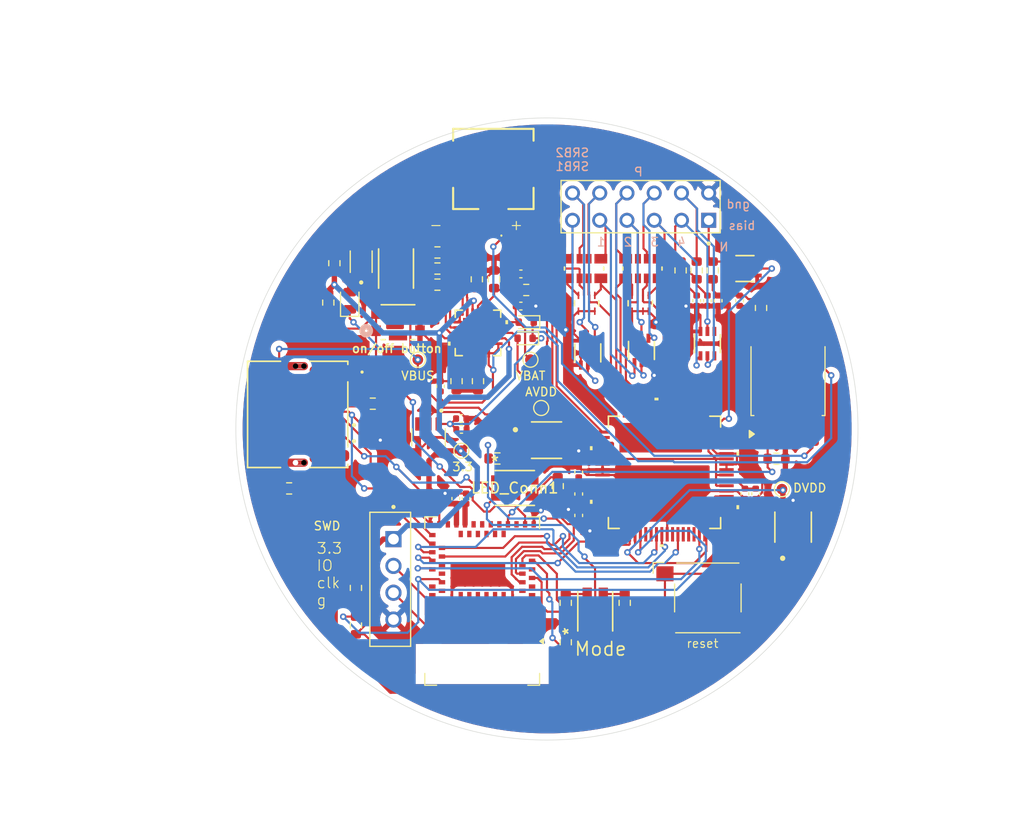
<source format=kicad_pcb>
(kicad_pcb (version 20241229) (generator "pcbnew") (generator_version "9.0")
  (layers (0 "F.Cu" signal) (2 "B.Cu" signal) (13 "F.Paste" user) (15 "B.Paste" user) (5 "F.SilkS" user "F.Silkscreen") (7 "B.SilkS" user "B.Silkscreen") (1 "F.Mask" user) (3 "B.Mask" user) (25 "Edge.Cuts" user))
  (net 0 "")
  (net 1 "Net-(D1-K)")
  (net 2 "/VBAT_OUT")
  (net 3 "/VBUS")
  (net 4 "GNDA")
  (net 6 "Net-(U2-BIASOUT)")
  (net 10 "/DNEG")
  (net 11 "/MOSI")
  (net 13 "/SWDCLK")
  (net 19 "/MISO")
  (net 22 "Net-(U2-VCAP3)")
  (net 24 "Net-(U2-VCAP4)")
  (net 26 "/DRDY")
  (net 30 "/3.3V")
  (net 31 "/CS")
  (net 35 "Net-(U2-VCAP1)")
  (net 37 "Net-(U2-VCAP2)")
  (net 38 "/DPOS")
  (net 41 "/RESET")
  (net 43 "/SCLK")
  (net 47 "Net-(D4-PadA)")
  (net 53 "/BAT+")
  (net 55 "/SWDIO")
  (net 57 "/IN3N")
  (net 58 "/IN2N")
  (net 59 "/IN3P")
  (net 60 "/IN2P")
  (net 61 "/_SRB1")
  (net 62 "/IN1N")
  (net 63 "/_SRB2")
  (net 64 "/IN1P")
  (net 67 "/VBAT")
  (net 68 "/CLK")
  (net 69 "/BIAS_INV")
  (net 70 "/BIAS ")
  (net 71 "/2P")
  (net 72 "/3N")
  (net 73 "/3P")
  (net 74 "/1N")
  (net 75 "/1P")
  (net 76 "/4N")
  (net 77 "/4P")
  (net 78 "/SRB1")
  (net 79 "/2N")
  (net 80 "/SRB2")
  (net 81 "Net-(LED_chargingstate1-Pad1)")
  (net 82 "Net-(LED_chargingstate1-Pad4)")
  (net 83 "Net-(LED_chargingstate1-Pad3)")
  (net 84 "/Enable")
  (net 88 "Net-(U1-CC2)")
  (net 95 "Net-(U1-CC1)")
  (net 99 "Net-(LED_Conn1-Pad3)")
  (net 100 "/AVDD")
  (net 101 "Net-(LED_Conn1-Pad1)")
  (net 103 "Net-(LED_Op_Mode1-Pad4)")
  (net 104 "Net-(LED_Op_Mode1-Pad1)")
  (net 105 "/IN4N")
  (net 106 "Net-(LED_Op_Mode1-Pad3)")
  (net 107 "Net-(Q1-G)")
  (net 108 "/Button_on")
  (net 109 "Net-(U10-P0.02)")
  (net 110 "Net-(U10-P0.03)")
  (net 111 "Net-(U10-P0.28)")
  (net 112 "Net-(U10-P0.29)")
  (net 113 "Net-(U10-P0.30)")
  (net 114 "Net-(R25-Pad2)")
  (net 118 "/IN4P")
  (net 124 "Net-(U6-PROG3)")
  (net 125 "Net-(U6-PROG1)")
  (net 126 "Net-(U6-STAT1{slash}*LBO)")
  (net 127 "Net-(U6-*PG)")
  (net 128 "Net-(U6-VPCC)")
  (net 129 "Net-(U6-STAT2)")
  (net 130 "Net-(U6-THERM)")
  (net 137 "/BIAS_DRV")
  (net 147 "/DVDD")
  (footprint "Capacitor_SMD:C_0402_1005Metric" (layer "F.Cu") (at 198.505 87.03 180)
    (property "Reference" "C4" (hide yes))
    (property "Value" "10uF" (hide yes))
  )
  (footprint "mp-2016:LED_MP-2016-1100-50-70" (layer "F.Cu") (at 189.177301 72.4 -90)
    (property "Reference" "D4" (hide yes))
    (property "Value" "MP-2016-1100-50-70" (hide yes))
  )
  (footprint "esd321:TVS_ESD321DPYR" (layer "F.Cu") (at 189.6087 87.63973)
    (property "Reference" "D3" (hide yes))
    (property "Value" "ESD321DPYR" (hide yes))
  )
  (footprint "Resistor_SMD:R_0603_1608Metric" (layer "F.Cu") (at 199.96 74.04 90)
    (property "Reference" "R8" (hide yes))
    (property "Value" "10k" (hide yes))
  )
  (footprint "Resistor_SMD:R_0603_1608Metric" (layer "F.Cu") (at 201.8871 90.750001)
    (property "Reference" "R19" (hide yes))
    (property "Value" "470" (hide yes))
  )
  (footprint "Resistor_SMD:R_0603_1608Metric" (layer "F.Cu") (at 208.250001 104.2121 90)
    (property "Reference" "R23" (hide yes))
    (property "Value" "470" (hide yes))
  )
  (footprint "87227:TE_87227-6" (layer "F.Cu") (at 215.23 67.27 180)
    (property "Reference" "J2" (hide yes))
    (property "Value" "87227-6" (hide yes))
  )
  (footprint "Capacitor_SMD:C_0402_1005Metric" (layer "F.Cu") (at 209.46 92.02 90)
    (property "Reference" "C10" (hide yes))
    (property "Value" "1uF" (hide yes))
  )
  (footprint "esd441:X2SON2_DPL_TEX" (layer "F.Cu") (at 189.2587 84.13973 -90)
    (property "Reference" "CR1" (hide yes))
    (property "Value" "ESD441DPLR" (hide yes))
  )
  (footprint "Capacitor_SMD:C_0402_1005Metric" (layer "F.Cu") (at 198.525 88.03)
    (property "Reference" "C1" (hide yes))
    (property "Value" "1uF" (hide yes))
  )
  (footprint "kmr221glfs:SW4_KMR221GLFS_CNK" (layer "F.Cu") (at 192.61 78.04 180)
    (property "Reference" "SW1" (hide yes))
    (property "Value" "KMR221GLFS" (hide yes))
  )
  (footprint "tps782233ddct:SOT95P280X110-5N" (layer "F.Cu") (at 195.455 88.785 -90)
    (property "Reference" "U3" (hide yes))
    (property "Value" "TPS78233DDCT" (hide yes))
  )
  (footprint "b4b:JST_B4B-EH-A" (layer "F.Cu") (at 192.187 102.017 -90)
    (property "Reference" "J3" (hide yes))
    (property "Value" "B4B-EH-A" (hide yes))
  )
  (footprint "Resistor_SMD:R_0603_1608Metric" (layer "F.Cu") (at 186.11 76.215 90)
    (property "Reference" "R5" (hide yes))
    (property "Value" "10k" (hide yes))
  )
  (footprint "tps7a2018:DBV0005A-IPC_A" (layer "F.Cu") (at 229.450001 97.150483 90)
    (property "Reference" "U5" (hide yes))
    (property "Value" "TPS7A2018PDBVR" (hide yes))
  )
  (footprint "Capacitor_SMD:C_0402_1005Metric" (layer "F.Cu") (at 220.46 76.04 90)
    (property "Reference" "C19" (hide yes))
    (property "Value" "1000pF" (hide yes))
  )
  (footprint "Resistor_SMD:R_0603_1608Metric" (layer "F.Cu") (at 186.677301 72.54 -90)
    (property "Reference" "R2" (hide yes))
    (property "Value" "10k" (hide yes))
  )
  (footprint "Resistor_SMD:R_0603_1608Metric" (layer "F.Cu") (at 201.567699 74.04 90)
    (property "Reference" "R6" (hide yes))
    (property "Value" "110k" (hide yes))
  )
  (footprint "Resistor_SMD:R_0603_1608Metric" (layer "F.Cu") (at 227.9025 90.775)
    (property "Reference" "R20" (hide yes))
    (property "Value" "33" (hide yes))
  )
  (footprint "TestPoint:TestPoint_Pad_D1.0mm" (layer "F.Cu") (at 198.525 90.03)
    (property "Reference" "TP3" (hide yes))
    (property "Value" "3.3")
  )
  (footprint "Diode_SMD:D_MicroMELF" (layer "F.Cu") (at 188.11 76.04 90)
    (property "Reference" "D6" (hide yes))
    (property "Value" "BZM55Bxx" (hide yes))
  )
  (footprint "tpd4e:DCK6_TEX" (layer "F.Cu") (at 210.310001 80.90335 -90)
    (property "Reference" "U9" (hide yes))
    (property "Value" "TPD4E1B06DCKR" (hide yes))
  )
  (footprint "Resistor_SMD:R_0603_1608Metric" (layer "F.Cu") (at 190.2587 85.63973 180)
    (property "Reference" "R1" (hide yes))
    (property "Value" "5.1k" (hide yes))
  )
  (footprint "clv1a:CLV1A-FKB-CK1VW1DE1BB7C3C3_CRE" (layer "F.Cu") (at 192.4273 73.04 90)
    (property "Reference" "LED_chargingstate1" (hide yes))
    (property "Value" "CLV1A-FKB-CK1VW1DE1BB7C3C3" (hide yes))
  )
  (footprint "clv1a:CLV1A-FKB-CK1VW1DE1BB7C3C3_CRE" (layer "F.Cu") (at 211 105 90)
    (property "Reference" "LED_Op_Mode1" (hide yes))
    (property "Value" "CLV1A-FKB-CK1VW1DE1BB7C3C3" (hide yes))
  )
  (footprint "Resistor_SMD:R_0603_1608Metric" (layer "F.Cu") (at 196.285 71.54 180)
    (property "Reference" "R9" (hide yes))
    (property "Value" "470" (hide yes))
  )
  (footprint "Capacitor_SMD:C_0402_1005Metric" (layer "F.Cu") (at 221.46 76.04 90)
    (property "Reference" "C18" (hide yes))
    (property "Value" "1000pF" (hide yes))
  )
  (footprint "Capacitor_SMD:C_0402_1005Metric" (layer "F.Cu") (at 198 94.49 -90)
    (property "Reference" "C3" (hide yes))
    (property "Value" "1uF" (hide yes))
  )
  (footprint "Package_TO_SOT_SMD:TO-252-2" (layer "F.Cu") (at 228.975 83.435 90)
    (property "Reference" "Q1" (hide yes))
    (property "Value" "SUD08P06-155L" (hide yes))
  )
  (footprint "Resistor_SMD:R_0603_1608Metric" (layer "F.Cu") (at 188.687 106.317 -90)
    (property "Reference" "R25" (hide yes))
    (property "Value" "33" (hide yes))
  )
  (footprint "Resistor_SMD:R_0603_1608Metric" (layer "F.Cu") (at 226.46 76.715 -90)
    (property "Reference" "R3" (hide yes))
    (property "Value" "1M" (hide yes))
  )
  (footprint "tpd4e:DCK6_TEX" (layer "F.Cu") (at 215.310001 80.67665 -90)
    (property "Reference" "U8" (hide yes))
    (property "Value" "TPD4E1B06DCKR" (hide yes))
  )
  (footprint "cay16:CAY16_BRN" (layer "F.Cu") (at 215.3979 73.04 -90)
    (property "Reference" "R17" (hide yes))
    (property "Value" "CAY16-2201F4LF" (hide yes))
  )
  (footprint "Button_Switch_SMD:SW_SPST_Omron_B3FS-100xP" (layer "F.Cu") (at 221.5 103.75)
    (property "Reference" "S1" (hide yes))
    (property "Value" "B3FS-4002P" (hide yes))
  )
  (footprint "usb-c31:USB-C31-S-RA-CS2-SMT-BK-T&slash_R_ADM" (layer "F.Cu") (at 183.2587 86.63973 -90)
    (property "Reference" "U1" (hide yes))
    (property "Value" "USB-C31-S-RA-CS2-SMT-BK-T/R" (hide yes))
  )
  (footprint "mcp738:QFN20_4x4MC_MCH" (layer "F.Cu") (at 200.0677 79.039999 -90)
    (property "Reference" "U6" (hide yes))
    (property "Value" "MCP73871-2AAI/ML" (hide yes))
  )
  (footprint "Diode_SMD:D_SOD-523" (layer "F.Cu") (at 204.46 79.539998 180)
    (property "Reference" "D2" (hide yes))
    (property "Value" "1N4148WT" (hide yes))
  )
  (footprint "Resistor_SMD:R_0603_1608Metric" (layer "F.Cu") (at 218.96 73.215 90)
    (property "Reference" "R15" (hide yes))
    (property "Value" "2.2k" (hide yes))
  )
  (footprint "Resistor_SMD:R_0603_1608Metric" (layer "F.Cu") (at 188.687 102.817 90)
    (property "Reference" "R26" (hide yes))
    (property "Value" "4.7k" (hide yes))
  )
  (footprint "TestPoint:TestPoint_Pad_D1.0mm" (layer "F.Cu") (at 205.96 86.04)
    (property "Reference" "TP4" (hide yes))
    (property "Value" "AVDD")
  )
  (footprint "Resistor_SMD:R_0603_1608Metric" (layer "F.Cu") (at 208.250001 107.8871 90)
    (property "Reference" "R24" (hide yes))
    (property "Value" "470" (hide yes))
  )
  (footprint "ckcl44:CKCL44_TDK" (layer "F.Cu") (at 210.198 76.2766 90)
    (property "Reference" "C24" (hide yes))
    (property "Value" "CKCL44X7R1H102M085AA" (hide yes))
  )
  (footprint "Diode_SMD:D_SOD-523" (layer "F.Cu") (at 204.567699 78.04 180)
    (property "Reference" "D1" (hide yes))
    (property "Value" "1N4148WT" (hide yes))
  )
  (footprint "TestPoint:TestPoint_Pad_D1.0mm" (layer "F.Cu") (at 204.96 81.539998 180)
    (property "Reference" "TP2" (hide yes))
    (property "Value" "VBAT")
  )
  (footprint "Capacitor_SMD:C_0402_1005Metric" (layer "F.Cu") (at 224.46 76.04 -90)
    (property "Reference" "C5" (hide yes))
    (property "Value" "1000pF" (hide yes))
  )
  (footprint "Resistor_SMD:R_0603_1608Metric" (layer "F.Cu") (at 207.5 93.325 90)
    (property "Reference" "R18" (hide yes))
    (property "Value" "470" (hide yes))
  )
  (footprint "Resistor_SMD:R_0603_1608Metric" (layer "F.Cu") (at 198.067699 83.54 90)
    (property "Reference" "R13" (hide yes))
    (property "Value" "2.2k" (hide yes))
  )
  (footprint "TestPoint:TestPoint_Pad_D1.0mm" (layer "F.Cu") (at 194.46 81.54)
    (property "Reference" "TP1" (hide yes))
    (property "Value" "VBUS")
  )
  (footprint "Resistor_SMD:R_0603_1608Metric" (layer "F.Cu") (at 200.067699 83.54 90)
    (property "Reference" "R12" (hide yes))
    (property "Value" "2.2k" (hide yes))
  )
  (footprint "Resistor_SMD:R_0603_1608Metric" (layer "F.Cu") (at 182.46 93.54)
    (property "Reference" "R4" (hide yes))
    (property "Value" "5.1k" (hide yes))
  )
  (footprint "ckcl44:CKCL44_TDK" (layer "F.Cu") (at 215.198 76.2766 90)
    (property "Reference" "C21" (hide yes))
    (property "Value" "CKCL44X7R1H102M085AA" (hide yes))
  )
  (footprint "Resistor_SMD:R_0603_1608Metric" (layer "F.Cu") (at 220.46 73.215 90)
    (property "Reference" "R16" (hide yes))
    (property "Value" "2.2k" (hide yes))
  )
  (footprint "Capacitor_SMD:C_0402_1005Metric" (layer "F.Cu") (at 204.067699 73.54)
    (property "Reference" "C17" (hide yes))
    (property "Value" "10uF" (hide yes))
  )
  (footprint "tpd4e:DCK6_TEX" (layer "F.Cu") (at 221.46 80.04 -90)
    (property "Reference" "U7" (hide yes))
    (property "Value" "TPD4E1B06DCKR" (hide yes))
  )
  (footprint "cay16:CAY16_BRN" (layer "F.Cu") (at 209.96 73.04 -90)
    (property "Reference" "R22" (hide yes))
    (property "Value" "CAY16-2201F4LF" (hide yes))
  )
  (footprint "sm02b:SM02BZESSTBLFSN" (layer "F.Cu") (at 201.5 63.74 180)
    (property "Reference" "J1" (hide yes))
    (property "Value" "SM02B-ZESS-TB_LF__SN_" (hide yes))
  )
  (footprint "Capacitor_SMD:C_0402_1005Metric" (layer "F.Cu") (at 209.46 96.06 90)
    (property "Reference" "C12" (hide yes))
    (property "Value" "1uF" (hide yes))
  )
  (footprint "Capacitor_SMD:C_0402_1005Metric" (layer "F.Cu") (at 222.46 76.04 90)
    (property "Reference" "C20" (hide yes))
    (property "Value" "1000pF" (hide yes))
  )
  (footprint "RF_Module:Raytac_MDBT50Q" (layer "F.Cu") (at 200.46 104.04 180)
    (property "Reference" "U10" (hide yes))
    (property "Value" "MDBT50Q-1MV2" (hide yes))
  )
  (footprint "ads1299:PAG64_TEX" (layer "F.Cu") (at 217.46 92.04 -90)
    (property "Reference" "U2" (hide yes))
    (property "Value" "ADS1299-4PAG")
  )
  (footprint "Resistor_SMD:R_0603_1608Metric" (layer "F.Cu") (at 204.567699 75.04)
    (property "Reference" "R7" (hide yes))
    (property "Value" "330k" (hide yes))
  )
  (footprint "Capacitor_SMD:C_0402_1005Metric" (layer "F.Cu") (at 196.567699 84.02 -90)
    (property "Reference" "C16" (hide yes))
    (property "Value" "4.7uF" (hide yes))
  )
  (footprint "Resistor_SMD:R_0603_1608Metric" (layer "F.Cu") (at 213.750001 104.2121 90)
    (property "Reference" "R21" (hide yes))
    (property "Value" "470" (hide yes))
  )
  (footprint "clv1a:CLV1A-FKB-CK1VW1DE1BB7C3C3_CRE" (layer "F.Cu") (at 203.5 93.5)
    (property "Reference" "LED_Conn1")
    (property "Value" "CLV1A-FKB-CK1VW1DE1BB7C3C3" (hide yes))
  )
  (footprint "Resistor_SMD:R_0603_1608Metric" (layer "F.Cu") (at 221.96 73.215 90)
    (property "Reference" "R14" (hide yes))
    (property "Value" "2.2k" (hide yes))
  )
  (footprint "Capacitor_SMD:C_0402_1005Metric" (layer "F.Cu") (at 204.067699 76.54 180)
    (property "Reference" "C15" (hide yes))
    (property "Value" "4.7uF" (hide yes))
  )
  (footprint "Capacitor_SMD:C_0402_1005Metric" (layer "F.Cu") (at 225.96 94.04 -90)
    (property "Reference" "C7" (hide yes))
    (property "Value" "1uF" (hide yes))
  )
  (footprint "Resistor_SMD:R_0603_1608Metric" (layer "F.Cu") (at 196.285 73.04 180)
    (property "Reference" "R10" (hide yes))
    (property "Value" "470" (hide yes))
  )
  (footprint "tps7a2030pdbvr:DBV0005A-IPC_A" (layer "F.Cu") (at 206.46 89.04)
    (property "Reference" "U4" (hide yes))
    (property "Value" "TPS7A2030PDBVR" (hide yes))
  )
  (footprint "tpd4e:DCK6_TEX" (layer "F.Cu") (at 224.96 73.04 180)
    (property "Reference" "U11" (hide yes))
    (property "Value" "TPD4E1B06DCKR" (hide yes))
  )
  (footprint "TestPoint:TestPoint_Pad_D1.0mm" (layer "F.Cu") (at 228.410001 93.610483 90)
    (property "Reference" "TP5" (hide yes))
    (property "Value" "DVDD")
  )
  (footprint "Resistor_SMD:R_0603_1608Metric" (layer "F.Cu") (at 196.285 74.54 180)
    (property "Reference" "R11" (hide yes))
    (property "Value" "470" (hide yes))
  )
  (footprint "Capacitor_SMD:C_0402_1005Metric" (layer "F.Cu") (at 209.46 94.06 -90)
    (property "Reference" "C11" (hide yes))
    (property "Value" "100uF" (hide yes))
  )
  (footprint "Capacitor_SMD:C_0402_1005Metric" (layer "F.Cu") (at 198.96 94.49 -90)
    (property "Reference" "C2" (hide yes))
    (property "Value" "10uF" (hide yes))
  )
  (footprint "esd321:TVS_ESD321DPYR" (layer "F.Cu") (at 189.6087 89.13973)
    (property "Reference" "D5" (hide yes))
    (property "Value" "ESD321DPYR" (hide yes))
  )
  (footprint "Capacitor_SMD:C_0402_1005Metric" (layer "F.Cu") (at 224.96 94.04 -90)
    (property "Reference" "C6" (hide yes))
    (property "Value" "0.1uF" (hide yes))
  )
  (gr_arc (start 183.024641 91.37061) (mid 182.823439 91.14061) (end 183.024641 90.91061) (stroke (width 0.05)) (layer "Edge.Cuts"))
  (gr_line (start 183.024648 91.37061) (end 183.87348 91.368864) (stroke (width 0.05)) (layer "Edge.Cuts"))
  (gr_line (start 183.024641 90.91061) (end 183.83756 90.91061) (stroke (width 0.05)) (layer "Edge.Cuts"))
  (gr_arc (start 183.0555 82.36885) (mid 182.8255 82.13885) (end 183.0555 81.90885) (stroke (width 0.05)) (layer "Edge.Cuts"))
  (gr_line (start 183.0555 82.36885) (end 183.8429 82.36885) (stroke (width 0.05)) (layer "Edge.Cuts"))
  (gr_circle (center 206.49569 88) (end 229.99569 105) (stroke (width 0.05)) (fill no) (layer "Edge.Cuts"))
  (gr_arc (start 183.83756 90.911686) (mid 184.066585 91.120526) (end 183.8797 91.367793) (stroke (width 0.05)) (layer "Edge.Cuts"))
  (gr_arc (start 183.8429 81.90885) (mid 184.0729 82.13885) (end 183.8429 82.36885) (stroke (width 0.05)) (layer "Edge.Cuts"))
  (gr_line (start 183.0555 81.90885) (end 183.8429 81.90885) (stroke (width 0.05)) (layer "Edge.Cuts"))
  (gr_text "+" (at 202.96 69.54 0) (layer "F.SilkS") (effects (font (size 1 1) (thickness 0.1)) (justify left bottom)))
  (gr_text "-" (at 195.46 69.54 0) (layer "F.SilkS") (effects (font (size 1 1) (thickness 0.1)) (justify left bottom)))
  (gr_text "3.3\nIO\nclk\ng" (at 184.96 104.54 0) (layer "F.SilkS") (effects (font (size 1 1) (thickness 0.1)) (justify left bottom)))
  (gr_text "2" (at 214.5 71.04 -0) (layer "B.SilkS") (effects (font (size 0.8 0.8) (thickness 0.125) (bold yes)) (justify left bottom mirror)))
  (gr_text "3" (at 217 71.04 -0) (layer "B.SilkS") (effects (font (size 0.8 0.8) (thickness 0.125) (bold yes)) (justify left bottom mirror)))
  (gr_text "SRB2\nSRB1" (at 210.5 64 0) (layer "B.SilkS") (effects (font (size 0.8 0.8) (thickness 0.125) (bold yes)) (justify left bottom mirror)))
  (gr_text "bias" (at 226 69.5 -0) (layer "B.SilkS") (effects (font (size 0.8 0.8) (thickness 0.125) (bold yes)) (justify left bottom mirror)))
  (gr_text "1\n" (at 212 71.04 -0) (layer "B.SilkS") (effects (font (size 0.8 0.8) (thickness 0.125) (bold yes)) (justify left bottom mirror)))
  (gr_text "4" (at 219.5 71.04 -0) (layer "B.SilkS") (effects (font (size 0.8 0.8) (thickness 0.125) (bold yes)) (justify left bottom mirror)))
  (gr_text "gnd" (at 225.5 67.5 -0) (layer "B.SilkS") (effects (font (size 0.8 0.8) (thickness 0.125) (bold yes)) (justify left bottom mirror)))
  (gr_text "P" (at 215.5 64.5 -0) (layer "B.SilkS") (effects (font (size 0.8 0.8) (thickness 0.125) (bold yes)) (justify left bottom mirror)))
  (gr_text "N" (at 223.5 71.5 -0) (layer "B.SilkS") (effects (font (size 0.8 0.8) (thickness 0.125) (bold yes)) (justify left bottom mirror)))
  (segment (start 197.525 87.53) (end 198.025 87.03) (width 0.2) (layer "F.Cu") (net 1))
  (segment (start 197.545 87.53) (end 198.045 88.03) (width 0.2) (layer "F.Cu") (net 1))
  (segment (start 197.525 87.53) (end 197.545 87.53) (width 0.2) (layer "F.Cu") (net 1))
  (segment (start 196.405 87.53) (end 197.46 87.53) (width 0.2) (layer "F.Cu") (net 1))
  (segment (start 197.46 87.53) (end 197.525 87.53) (width 0.2) (layer "F.Cu") (net 1))
  (segment (start 205.959998 79.539998) (end 205.96 79.54) (width 0.2) (layer "F.Cu") (net 1))
  (segment (start 205.16 79.539998) (end 205.16 78.147699) (width 0.2) (layer "F.Cu") (net 1))
  (segment (start 205.16 79.539998) (end 205.959998 79.539998) (width 0.2) (layer "F.Cu") (net 1))
  (via (at 197.46 87.53) (size 0.6) (drill 0.3) (layers "F.Cu" "B.Cu") (net 1))
  (via (at 205.96 79.54) (size 0.6) (drill 0.3) (layers "F.Cu" "B.Cu") (net 1))
  (segment (start 203.511 83.268232) (end 199.249232 87.53) (width 0.2) (layer "B.Cu") (net 1))
  (segment (start 205.96 79.54) (end 203.511 81.989) (width 0.2) (layer "B.Cu") (net 1))
  (segment (start 199.249232 87.53) (end 197.46 87.53) (width 0.2) (layer "B.Cu") (net 1))
  (segment (start 203.511 81.989) (end 203.511 83.268232) (width 0.2) (layer "B.Cu") (net 1))
  (segment (start 204.460001 81.039999) (end 204.96 81.539998) (width 0.2) (layer "F.Cu") (net 2))
  (segment (start 203.587699 76.54) (end 203.587699 77.76) (width 0.2) (layer "F.Cu") (net 2))
  (segment (start 203.587699 77.76) (end 203.867699 78.04) (width 0.2) (layer "F.Cu") (net 2))
  (segment (start 204.46 78.632301) (end 204.460001 81.039999) (width 0.2) (layer "F.Cu") (net 2))
  (segment (start 201.5714 77.147699) (end 201.96 77.536299) (width 0.2) (layer "F.Cu") (net 2))
  (segment (start 203.867699 78.04) (end 201.960002 78.04) (width 0.2) (layer "F.Cu") (net 2))
  (segment (start 201.067701 77.147699) (end 201.5714 77.147699) (width 0.2) (layer "F.Cu") (net 2))
  (segment (start 204.46 78.632301) (end 203.867699 78.04) (width 0.2) (layer "F.Cu") (net 2))
  (segment (start 201.96 77.536299) (end 201.96 78.039998) (width 0.2) (layer "F.Cu") (net 2))
  (segment (start 185.2145 87.63795) (end 185.859 87.63795) (width 0.2) (layer "F.Cu") (net 3))
  (segment (start 186.113 85.39005) (end 186.70548 85.39005) (width 0.2) (layer "F.Cu") (net 3))
  (segment (start 203.76 82.54) (end 203.76 79.539998) (width 0.2) (layer "F.Cu") (net 3))
  (segment (start 210 99.9) (end 210 100.017201) (width 0.2) (layer "F.Cu") (net 3))
  (segment (start 200.121607 86.018) (end 200.744607 86.641) (width 0.2) (layer "F.Cu") (net 3))
  (segment (start 201.749999 94.250001) (end 200.900764 95.099236) (width 0.2) (layer "F.Cu") (net 3))
  (segment (start 203.260001 79.039999) (end 203.76 79.539998) (width 0.2) (layer "F.Cu") (net 3))
  (segment (start 192.46 91.54) (end 196.46 95.54) (width 0.2) (layer "F.Cu") (net 3))
  (segment (start 196.46 95.54) (end 196.46 96.89) (width 0.2) (layer "F.Cu") (net 3))
  (segment (start 206.561 79.788943) (end 206.5 79.849943) (width 0.2) (layer "F.Cu") (net 3))
  (segment (start 204.76 83.54) (end 203.76 82.54) (width 0.2) (layer "F.Cu") (net 3))
  (segment (start 205.392699 74.385) (end 204.547699 73.54) (width 0.2) (layer "F.Cu") (net 3))
  (segment (start 181.53022 80.54) (end 181.53022 82.421344) (width 0.2) (layer "F.Cu") (net 3))
  (segment (start 187.34998 85.39005) (end 188.8053 83.93473) (width 0.2) (layer "F.Cu") (net 3))
  (segment (start 184.244926 85.13605) (end 185.2145 85.13605) (width 0.2) (layer "F.Cu") (net 3))
  (segment (start 201.8871 94.250001) (end 201.749999 94.250001) (width 0.2) (layer "F.Cu") (net 3))
  (segment (start 188.11 76.84) (end 188.11 77.69) (width 0.2) (layer "F.Cu") (net 3))
  (segment (start 201.96 78.54) (end 201.96 79.039999) (width 0.2) (layer "F.Cu") (net 3))
  (segment (start 188.11 77.69) (end 188.46 78.04) (width 0.2) (layer "F.Cu") (net 3))
  (segment (start 185.2145 85.13605) (end 185.859 85.13605) (width 0.2) (layer "F.Cu") (net 3))
  (segment (start 194.46 81.54) (end 194.46 83.6071) (width 0.2) (layer "F.Cu") (net 3))
  (segment (start 206.5 82.749999) (end 205.709999 83.54) (width 0.2) (layer "F.Cu") (net 3))
  (segment (start 199.5 93) (end 200.637099 93) (width 0.2) (layer "F.Cu") (net 3))
  (segment (start 210.982799 101) (end 210.982799 102.982799) (width 0.2) (layer "F.Cu") (net 3))
  (segment (start 210.982799 102.982799) (end 211 103) (width 0.2) (layer "F.Cu") (net 3))
  (segment (start 206.5 79.849943) (end 206.5 82.749999) (width 0.2) (layer "F.Cu") (net 3))
  (segment (start 194.46 83.6071) (end 196.8709 86.018) (width 0.2) (layer "F.Cu") (net 3))
  (segment (start 187.31195 87.89195) (end 187.45098 88.03098) (width 0.2) (layer "F.Cu") (net 3))
  (segment (start 211 104.5) (end 211.750001 105.250001) (width 0.2) (layer "F.Cu") (net 3))
  (segment (start 193.761 80.841) (end 194.46 81.54) (width 0.2) (layer "F.Cu") (net 3))
  (segment (start 199 92.5) (end 199.5 93) (width 0.2) (layer "F.Cu") (net 3))
  (segment (start 193.761 75.236599) (end 193.761 80.841) (width 0.2) (layer "F.Cu") (net 3))
  (segment (start 205.392699 75.04) (end 206.5 76.147301) (width 0.2) (layer "F.Cu") (net 3))
  (segment (start 200.637099 93) (end 201.8871 94.250001) (width 0.2) (layer "F.Cu") (net 3))
  (segment (start 181.53022 82.421344) (end 184.244926 85.13605) (width 0.2) (layer "F.Cu") (net 3))
  (segment (start 187.45098 88.53098) (end 189.46 90.54) (width 0.2) (layer "F.Cu") (net 3))
  (segment (start 186.70548 87.89195) (end 187.31195 87.89195) (width 0.2) (layer "F.Cu") (net 3))
  (segment (start 201.659 86.641) (end 204.76 83.54) (width 0.2) (layer "F.Cu") (net 3))
  (segment (start 206.561 79.291057) (end 206.561 79.788943) (width 0.2) (layer "F.Cu") (net 3))
  (segment (start 188.8053 83.93473) (end 188.8053 83.90223) (width 0.2) (layer "F.Cu") (net 3))
  (segment (start 200.744607 86.641) (end 201.659 86.641) (width 0.2) (layer "F.Cu") (net 3))
  (segment (start 193.177301 74.6529) (end 193.761 75.236599) (width 0.2) (layer "F.Cu") (net 3))
  (segment (start 210 100.017201) (end 210.982799 101) (width 0.2) (layer "F.Cu") (net 3))
  (segment (start 186.70548 85.39005) (end 187.34998 85.39005) (width 0.2) (layer "F.Cu") (net 3))
  (segment (start 186.113 85.39005) (end 185.96 85.54305) (width 0.2) (layer "F.Cu") (net 3))
  (segment (start 185.96 87.53695) (end 185.859 87.63795) (width 0.2) (layer "F.Cu") (net 3))
  (segment (start 185.859 87.63795) (end 186.113 87.89195) (width 0.2) (layer "F.Cu") (net 3))
  (segment (start 188.8053 83.90223) (end 189.2587 83.90223) (width 0.2) (layer "F.Cu") (net 3))
  (segment (start 201.96 79.039999) (end 203.260001 79.039999) (width 0.2) (layer "F.Cu") (net 3))
  (segment (start 186.113 87.89195) (end 186.70548 87.89195) (width 0.2) (layer "F.Cu") (net 3))
  (segment (start 185.96 85.54305) (end 185.96 87.53695) (width 0.2) (layer "F.Cu") (net 3))
  (segment (start 211 103) (end 211 104.5) (width 0.2) (layer "F.Cu") (net 3))
  (segment (start 206.5 79.230057) (end 206.561 79.291057) (width 0.2) (layer "F.Cu") (net 3))
  (segment (start 185.859 85.13605) (end 186.113 85.39005) (width 0.2) (layer "F.Cu") (net 3))
  (segment (start 205.709999 83.54) (end 204.76 83.54) (width 0.2) (layer "F.Cu") (net 3))
  (segment (start 196.8709 86.018) (end 200.121607 86.018) (width 0.2) (layer "F.Cu") (net 3))
  (segment (start 211.750001 105.250001) (end 211.750001 106.6129) (width 0.2) (layer "F.Cu") (net 3))
  (segment (start 206.5 76.147301) (end 206.5 79.230057) (width 0.2) (layer "F.Cu") (net 3))
  (segment (start 205.392699 75.04) (end 205.392699 74.385) (width 0.2) (layer "F.Cu") (net 3))
  (segment (start 187.45098 88.03098) (end 187.45098 88.53098) (width 0.2) (layer "F.Cu") (net 3))
  (via (at 192.46 91.54) (size 0.6) (drill 0.3) (layers "F.Cu" "B.Cu") (net 3))
  (via (at 210 99.9) (size 0.6) (drill 0.3) (layers "F.Cu" "B.Cu") (net 3))
  (via (at 189.46 90.54) (size 0.6) (drill 0.3) (layers "F.Cu" "B.Cu") (net 3))
  (via (at 181.53022 80.54) (size 0.6) (drill 0.3) (layers "F.Cu" "B.Cu") (net 3))
  (via (at 200.900764 95.099236) (size 0.6) (drill 0.3) (layers "F.Cu" "B.Cu") (net 3))
  (via (at 194.46 81.54) (size 0.6) (drill 0.3) (layers "F.Cu" "B.Cu") (net 3))
  (via (at 188.46 78.04) (size 0.6) (drill 0.3) (layers "F.Cu" "B.Cu") (net 3))
  (via (at 199 92.5) (size 0.6) (drill 0.3) (layers "F.Cu" "B.Cu") (net 3))
  (segment (start 209.446614 98.446614) (end 207.952 96.952) (width 0.2) (layer "B.Cu") (net 3))
  (segment (start 200.900764 96.400764) (end 200.900764 95.099236) (width 0.2) (layer "B.Cu") (net 3))
  (segment (start 192.46 91.54) (end 191.46 90.54) (width 0.2) (layer "B.Cu") (net 3))
  (segment (start 201.452 96.952) (end 200.900764 96.400764) (width 0.2) (layer "B.Cu") (net 3))
  (segment (start 188.46 78.04) (end 190.96 80.54) (width 0.2) (layer "B.Cu") (net 3))
  (segment (start 191.46 90.54) (end 189.46 90.54) (width 0.2) (layer "B.Cu") (net 3))
  (segment (start 209.446614 99.346614) (end 209.446614 98.446614) (width 0.2) (layer "B.Cu") (net 3))
  (segment (start 210 99.9) (end 209.446614 99.346614) (width 0.2) (layer "B.Cu") (net 3))
  (segment (start 207.952 96.952) (end 201.452 96.952) (width 0.2) (layer "B.Cu") (net 3))
  (segment (start 190.96 80.54) (end 193.46 80.54) (width 0.2) (layer "B.Cu") (net 3))
  (segment (start 199 92.5) (end 198.5 93) (width 0.2) (layer "B.Cu") (net 3))
  (segment (start 198.5 93) (end 193.92 93) (width 0.2) (layer "B.Cu") (net 3))
  (segment (start 193.92 93) (end 192.46 91.54) (width 0.2) (layer "B.Cu") (net 3))
  (segment (start 181.53022 80.54) (end 190.96 80.54) (width 0.2) (layer "B.Cu") (net 3))
  (segment (start 193.46 80.54) (end 194.46 81.54) (width 0.2) (layer "B.Cu") (net 3))
  (segment (start 204.547699 74.5) (end 204.547699 76.54) (width 0.2) (layer "F.Cu") (net 4))
  (segment (start 224.153301 91.289999) (end 223.2385 91.289999) (width 0.2) (layer "F.Cu") (net 4))
  (segment (start 225.109999 72.390001) (end 224.96 72.54) (width 0.2) (layer "F.Cu") (net 4))
  (segment (start 186.23648 83.88891) (end 186.70548 83.88891) (width 0.2) (layer "F.Cu") (net 4))
  (segment (start 208.96 79.066698) (end 208.96 77.4892) (width 0.2) (layer "F.Cu") (net 4))
  (segment (start 211.6815 95.79) (end 211.6815 95.290001) (width 0.2) (layer "F.Cu") (net 4))
  (segment (start 220.46 76.52) (end 220.46 77.04) (width 0.2) (layer "F.Cu") (net 4))
  (segment (start 211.6815 91.289999) (end 213.209999 91.289999) (width 0.2) (layer "F.Cu") (net 4))
  (segment (start 210.21 92.29) (end 209.46 91.54) (width 0.2) (layer "F.Cu") (net 4))
  (segment (start 190.859 91.141) (end 192.061 89.939) (width 0.2) (layer "F.Cu") (net 4))
  (segment (start 203.587699 73.54) (end 203.262699 73.215) (width 0.2) (layer "F.Cu") (net 4))
  (segment (start 213.71 91.79) (end 213.71 93.29) (width 0.2) (layer "F.Cu") (net 4))
  (segment (start 209.710001 89.789999) (end 211.6815 89.789999) (width 0.2) (layer "F.Cu") (net 4))
  (segment (start 200.067699 71.197699) (end 200.067699 73.215) (width 0.2) (layer "F.Cu") (net 4))
  (segment (start 198.067699 84.365) (end 200.067699 84.365) (width 0.2) (layer "F.Cu") (net 4))
  (segment (start 191.0837 85.81473) (end 194.505 89.23603) (width 0.2) (layer "F.Cu") (net 4))
  (segment (start 197.242699 83.54) (end 198.067699 84.365) (width 0.2) (layer "F.Cu") (net 4))
  (segment (start 208.5 95.5) (end 209.38 95.5) (width 0.2) (layer "F.Cu") (net 4))
  (segment (start 211.6815 92.29) (end 211.6815 91.289999) (width 0.2) (layer "F.Cu") (net 4))
  (segment (start 221.96 88.653699) (end 221.96 89.926299) (width 0.2) (layer "F.Cu") (net 4))
  (segment (start 223.2385 88.29) (end 222.323699 88.29) (width 0.2) (layer "F.Cu") (net 4))
  (segment (start 209.944 77.0132) (end 210.452 77.0132) (width 0.2) (layer "F.Cu") (net 4))
  (segment (start 213.96 96.04) (end 217.46 96.04) (width 0.2) (layer "F.Cu") (net 4))
  (segment (start 226.09665 73.689999) (end 225.109999 73.689999) (width 0.2) (layer "F.Cu") (net 4))
  (segment (start 224.229999 93.789999) (end 224.96 94.52) (width 0.2) (layer "F.Cu") (net 4))
  (segment (start 224.2126 90.3493) (end 224.2126 91.2307) (width 0.2) (layer "F.Cu") (net 4))
  (segment (start 189.177301 74.172699) (end 189.177301 73) (width 0.2) (layer "F.Cu") (net 4))
  (segment (start 183.96 89.04) (end 184.05909 89.13909) (width 0.2) (layer "F.Cu") (net 4))
  (segment (start 198 94.01) (end 198.96 94.01) (width 0.2) (layer "F.Cu") (net 4))
  (segment (start 219.46 76.54) (end 220.44 76.54) (width 0.2) (layer "F.Cu") (net 4))
  (segment (start 200.0677 77.147699) (end 200.0677 76.512298) (width 0.2) (layer "F.Cu") (net 4))
  (segment (start 224.69 94.79) (end 224.96 94.52) (width 0.2) (layer "F.Cu") (net 4))
  (segment (start 210.452 77.0132) (end 210.96 77.0132) (width 0.2) (layer "F.Cu") (net 4))
  (segment (start 216.66 77.7132) (end 215.96 77.0132) (width 0.2) (layer "F.Cu") (net 4))
  (segment (start 209.436 77.0132) (end 209.944 77.0132) (width 0.2) (layer "F.Cu") (net 4))
  (segment (start 189.9587 89.13973) (end 189.9587 87.63973) (width 0.2) (layer "F.Cu") (net 4))
  (segment (start 220.46 77.04) (end 220.810001 77.390001) (width 0.2) (layer "F.Cu") (net 4))
  (segment (start 208.96 79.066698) (end 208.566698 79.066698) (width 0.2) (layer "F.Cu") (net 4))
  (segment (start 194.21 107.79) (end 192.187 105.767) (width 0.2) (layer "F.Cu") (net 4))
  (segment (start 199.005 88.03) (end 199.005 87.05) (width 0.2) (layer "F.Cu") (net 4))
  (segment (start 191.0837 85.63973) (end 191.0837 84.6637) (width 0.2) (layer "F.Cu") (net 4))
  (segment (start 198.1754 80.932299) (end 199.067699 80.932299) (width 0.2) (layer "F.Cu") (net 4))
  (segment (start 209.46 91.54) (end 209.46 90.04) (width 0.2) (layer "F.Cu") (net 4))
  (segment (start 214.436 77.0132) (end 214.436 79.315998) (width 0.2) (layer "F.Cu") (net 4))
  (segment (start 212.71 92.29) (end 213.71 93.29) (width 0.2) (layer "F.Cu") (net 4))
  (segment (start 213.71 93.29) (end 213.71 96.29) (width 0.2) (layer "F.Cu") (net 4))
  (segment (start 197.99 94) (end 198 94.01) (width 0.2) (layer "F.Cu") (net 4))
  (segment (start 223.2385 95.79) (end 223.2385 96.2615) (width 0.2) (layer "F.Cu") (net 4))
  (segment (start 189.8212 84.37723) (end 189.2587 84.37723) (width 0.2) (layer "F.Cu") (net 4))
  (segment (start 200.791699 73.991) (end 201.567699 73.215) (width 0.2) (layer "F.Cu") (net 4))
  (segment (start 198.374 86.419) (end 198.985 87.03) (width 0.2) (layer "F.Cu") (net 4))
  (segment (start 200.791699 75.788299) (end 200.791699 73.991) (width 0.2) (layer "F.Cu") (net 4))
  (segment (start 194.659998 77.239999) (end 194.659998 78.840001) (width 0.2) (layer "F.Cu") (net 4))
  (segment (start 214.660002 79.54) (end 214.660002 80.16545) (width 0.2) (layer "F.Cu") (net 4))
  (segment (start 211.6815 97.2615) (end 211.6815 95.79) (width 0.2) (layer "F.Cu") (net 4))
  (segment (start 200.75 68.04) (end 200.75 70.515398) (width 0.2) (layer "F.Cu") (net 4))
  (segment (start 222.323699 88.29) (end 221.96 88.653699) (width 0.2) (layer "F.Cu") (net 4))
  (segment (start 221.46 76.52) (end 222.46 76.52) (width 0.2) (layer "F.Cu") (net 4))
  (segment (start 209.660002 79.7667) (end 208.96 79.066698) (width 0.2) (layer "F.Cu") (net 4))
  (segment (start 225.96 94.52) (end 226.571 93.909) (width 0.2) (layer "F.Cu") (net 4))
  (segment (start 209.46 91.096701) (end 209.46 91.54) (width 0.2) (layer "F.Cu") (net 4))
  (segment (start 201.002836 106.69) (end 205.11 106.69) (width 0.2) (layer "F.Cu") (net 4))
  (segment (start 195.941 86.419) (end 198.374 86.419) (width 0.2) (layer "F.Cu") (net 4))
  (segment (start 224.153301 95.79) (end 224.96 94.983301) (width 0.2) (layer "F.Cu") (net 4))
  (segment (start 189.9587 89.13973) (end 190.86027 89.13973) (width 0.2) (layer "F.Cu") (net 4))
  (segment (start 217.46 96.04) (end 217.71 96.29) (width 0.2) (layer "F.Cu") (net 4))
  (segment (start 224.96 94.52) (end 225.96 94.52) (width 0.2) (layer "F.Cu") (net 4))
  (segment (start 195.81 107.79) (end 194.21 107.79) (width 0.2) (layer "F.Cu") (net 4))
  (segment (start 215.581402 81.08685) (end 216.4388 81.08685) (width 0.2) (layer "F.Cu") (net 4))
  (segment (start 200.0677 77.147699) (end 200.0677 79.039999) (width 0.2) (layer "F.Cu") (net 4))
  (segment (start 223.2385 90.290001) (end 224.153301 90.290001) (width 0.2) (layer "F.Cu") (net 4))
  (segment (start 226.09665 72.390001) (end 225.109999 72.390001) (width 0.2) (layer "F.Cu") (net 4))
  (segment (start 197 94) (end 197.99 94) (width 0.2) (layer "F.Cu") (net 4))
  (segment (start 216.4388 81.08685) (end 216.5 81.14805) (width 0.2) (layer "F.Cu") (net 4))
  (segment (start 196.567699 83.54) (end 196.567699 82.54) (width 0.2) (layer "F.Cu") (net 4))
  (segment (start 214.944 77.0132) (end 215.452 77.0132) (width 0.2) (layer "F.Cu") (net 4))
  (segment (start 220.810001 77.390001) (end 220.810001 78.90335) (width 0.2) (layer "F.Cu") (net 4))
  (segment (start 189.9587 86.93973) (end 189.9587 87.63973) (width 0.2) (layer "F.Cu") (net 4))
  (segment (start 195.859997 80.04) (end 198.1754 80.04) (width 0.2) (layer "F.Cu") (net 4))
  (segment (start 196.567699 82.54) (end 198.1754 80.932299) (width 0.2) (layer "F.Cu") (net 4))
  (segment (start 208.471166 89.04) (end 205.309517 89.04) (width 0.2) (layer "F.Cu") (net 4))
  (segment (start 209.660002 79.7667) (end 209.660002 82.04) (width 0.2) (layer "F.Cu") (net 4))
  (segment (start 185.2145 89.13909) (end 185.4685 89.39309) (width 0.2) (layer "F.Cu") (net 4))
  (segment (start 185.2145 89.13909) (end 184.05909 89.13909) (width 0.2) (layer "F.Cu") (net 4))
  (segment (start 217.71 96.29) (end 217.71 97.8185) (width 0.2) (layer "F.Cu") (net 4))
  (segment (start 188.092853 83.50123) (end 187.705173 83.88891) (width 0.2) (layer "F.Cu") (net 4))
  (segment (start 222.323702 90.290001) (end 223.2385 90.290001) (width 0.2) (layer "F.Cu") (net 4))
  (segment (start 223.2385 95.79) (end 224.153301 95.79) (width 0.2) (layer "F.Cu") (net 4))
  (segment (start 205.11 106.69) (end 205.11 107.79) (width 0.2) (layer "F.Cu") (net 4))
  (segment (start 223.2385 93.789999) (end 215.709999 93.789999) (width 0.2) (layer "F.Cu") (net 4))
  (segment (start 209.46 91.54) (end 209.710001 91.289999) (width 0.2) (layer "F.Cu") (net 4))
  (segment (start 225.109999 73.689999) (end 224.96 73.54) (width 0.2) (layer "F.Cu") (net 4))
  (segment (start 191.0837 84.6637) (end 189.92123 83.50123) (width 0.2) (layer "F.Cu") (net 4))
  (segment (start 213.71 97.8185) (end 212.2385 97.8185) (width 0.2) (layer "F.Cu") (net 4))
  (segment (start 200.75 70.515398) (end 200.067699 71.197699) (width 0.2) (layer "F.Cu") (net 4))
  (segment (start 195.5 83.5) (end 196.527699 83.5) (width 0.2) (layer "F.Cu") (net 4))
  (segment (start 187.705173 83.88891) (end 186.70548 83.88891) (width 0.2) (layer "F.Cu") (net 4))
  (segment (start 229.450001 94.650483) (end 229.450001 98.300966) (width 0.2) (layer "F.Cu") (net 4))
  (segment (start 216.66 78.04) (end 216.66 77.7132) (width 0.2) (layer "F.Cu") (net 4))
  (segment (start 224.2126 91.2307) (end 224.153301 91.289999) (width 0.2) (layer "F.Cu") (net 4))
  (segment (start 209.710001 91.289999) (end 211.181499 91.289999) (width 0.2) (layer "F.Cu") (net 4))
  (segment (start 215.709999 93.789999) (end 213.71 91.79) (width 0.2) (layer "F.Cu") (net 4))
  (segment (start 194.505 90.04) (end 195.455 89.09) (width 0.2) (layer "F.Cu") (net 4))
  (segment (start 191.0837 85.81473) (end 189.9587 86.93973) (width 0.2) (layer "F.Cu") (net 4))
  (segment (start 195.455 86.905) (end 195.941 86.419) (width 0.2) (layer "F.Cu") (net 4))
  (segment (start 194.659998 78.840001) (end 195.859997 80.04) (width 0.2) (layer "F.Cu") (net 4))
  (segment (start 185.4685 89.39309) (end 186.70548 89.39309) (width 0.2) (layer "F.Cu") (net 4))
  (segment (start 203.587699 73.54) (end 204.547699 74.5) (width 0.2) (layer "F.Cu") (net 4))
  (segment (start 185.98248 83.63491) (end 186.23648 83.88891) (width 0.2) (layer "F.Cu") (net 4))
  (segment (start 209.46 90.04) (end 209.710001 89.789999) (width 0.2) (layer "F.Cu") (net 4))
  (segment (start 211.6815 92.29) (end 212.71 92.29) (width 0.2) (layer "F.Cu") (net 4))
  (segment (start 209.46 94.54) (end 209.46 95.58) (width 0.2) (layer "F.Cu") (net 4))
  (segment (start 195.455 89.09) (end 195.455 87.53) (width 0.2) (layer "F.Cu") (net 4))
  (segment (start 211.6815 92.29) (end 210.21 92.29) (width 0.2) (layer "F.Cu") (net 4))
  (segment (start 223.2385 93.789999) (end 224.229999 93.789999) (width 0.2) (layer "F.Cu") (net 4))
  (segment (start 213.71 96.29) (end 213.96 96.04) (width 0.2) (layer "F.Cu") (net 4))
  (segment (start 198.1754 80.04) (end 199.067699 80.04) (width 0.2) (layer "F.Cu") (net 4))
  (segment (start 208.96 77.4892) (end 209.436 77.0132) (width 0.2) (layer "F.Cu") (net 4))
  (segment (start 191.0837 85.63973) (end 189.8212 84.37723) (width 0.2) (layer "F.Cu") (net 4))
  (segment (start 211.6815 91.79) (end 209.71 91.79) (width 0.2) (layer "F.Cu") (net 4))
  (segment (start 224.96 94.983301) (end 224.96 94.52) (width 0.2) (layer "F.Cu") (net 4))
  (segment (start 223.2385 96.2615) (end 222.96 96.54) (width 0.2) (layer "F.Cu") (net 4))
  (segment (start 216.5 81.14805) (end 216.5 83) (width 0.2) (layer "F.Cu") (net 4))
  (segment (start 195.455 87.53) (end 195.455 86.905) (width 0.2) (layer "F.Cu") (net 4))
  (segment (start 212.2385 97.8185) (end 211.6815 97.2615) (width 0.2) (layer "F.Cu") (net 4))
  (segment (start 200.0677 76.512298) (end 200.791699 75.788299) (width 0.2) (layer "F.Cu") (net 4))
  (segment (start 208.566698 79.066698) (end 208.25 78.75) (width 0.2) (layer "F.Cu") (net 4))
  (segment (start 221.96 89.926299) (end 222.323702 90.290001) (width 0.2) (layer "F.Cu") (net 4))
  (segment (start 209.46 90.04) (end 209.46 90.028834) (width 0.2) (layer "F.Cu") (net 4))
  (segment (start 213.209999 91.289999) (end 213.71 91.79) (width 0.2) (layer "F.Cu") (net 4))
  (segment (start 190.859 92.089) (end 190.859 91.141) (width 0.2) (layer "F.Cu") (net 4))
  (segment (start 214.46 77.0132) (end 214.944 77.0132) (width 0.2) (layer "F.Cu") (net 4))
  (segment (start 188.11 75.24) (end 189.177301 74.172699) (width 0.2) (layer "F.Cu") (net 4))
  (segment (start 209.46 90.028834) (end 208.471166 89.04) (width 0.2) (layer "F.Cu") (net 4))
  (segment (start 196.567699 83.54) (end 197.242699 83.54) (width 0.2) (layer "F.Cu") (net 4))
  (segment (start 195.66 96.89) (end 190.859 92.089) (width 0.2) (layer "F.Cu") (net 4))
  (segment (start 226.571 93.909) (end 226.571 92.7077) (width 0.2) (layer "F.Cu") (net 4))
  (segment (start 204.547699 76.54) (end 205.46 76.54) (width 0.2) (layer "F.Cu") (net 4))
  (segment (start 214.436 77.0132) (end 214.46 77.0132) (width 0.2) (layer "F.Cu") (net 4))
  (segment (start 214.436 79.315998) (end 214.660002 79.54) (width 0.2) (layer "F.Cu") (net 4))
  (segment (start 196.527699 83.5) (end 196.567699 83.54) (width 0.2) (layer "F.Cu") (net 4))
  (segment (start 192.061 89.939) (end 194.404 89.939) (width 0.2) (layer "F.Cu") (net 4))
  (segment (start 194.505 89.23603) (end 194.505 90.04) (width 0.2) (layer "F.Cu") (net 4))
  (segment (start 220.46 76.52) (end 221.46 76.52) (width 0.2) (layer "F.Cu") (net 4))
  (segment (start 203.262699 73.215) (end 201.567699 73.215) (width 0.2) (layer "F.Cu") (net 4))
  (segment (start 205.26 96.24) (end 205.92 95.58) (width 0.2) (layer "F.Cu") (net 4))
  (segment (start 195.81 107.79) (end 199.902836 107.79) (width 0.2) (layer "F.Cu") (net 4))
  (segment (start 199.067699 80.932299) (end 199.067699 80.04) (width 0.2) (layer "F.Cu") (net 4))
  (segment (start 199.902836 107.79) (end 201.002836 106.69) (width 0.2) (layer "F.Cu") (net 4))
  (segment (start 224.96 72.54) (end 224.96 73.54) (width 0.2) (layer "F.Cu") (net 4))
  (segment (start 223.2385 94.79) (end 224.69 94.79) (width 0.2) (layer "F.Cu") (net 4))
  (segment (start 215.452 77.0132) (end 215.96 77.0132) (width 0.2) (layer "F.Cu") (net 4))
  (segment (start 224.153301 90.290001) (end 224.2126 90.3493) (width 0.2) (layer "F.Cu") (net 4))
  (segment (start 190.96 89.04) (end 190.86027 89.13973) (width 0.2) (layer "F.Cu") (net 4))
  (segment (start 201.567699 73.215) (end 200.067699 73.215) (width 0.2) (layer "F.Cu") (net 4))
  (segment (start 213.71 97.8185) (end 213.71 96.29) (width 0.2) (layer "F.Cu") (net 4))
  (segment (start 205.26 96.89) (end 205.26 96.24) (width 0.2) (layer "F.Cu") (net 4))
  (segment (start 223.2385 91.79) (end 223.2385 91.289999) (width 0.2) (layer "F.Cu") (net 4))
  (segment (start 214.660002 80.16545) (end 215.581402 81.08685) (width 0.2) (layer "F.Cu") (net 4))
  (segment (start 209.71 91.79) (end 209.46 91.54) (width 0.2) (layer "F.Cu") (net 4))
  (segment (start 189.92123 83.50123) (end 188.092853 83.50123) (width 0.2) (layer "F.Cu") (net 4))
  (segment (start 185.2145 83.63491) (end 185.98248 83.63491) (width 0.2) (layer "F.Cu") (net 4))
  (segment (start 226.571 92.7077) (end 224.2126 90.3493) (width 0.2) (layer "F.Cu") (net 4))
  (via (at 209.46 90.04) (size 0.6) (drill 0.3) (layers "F.Cu" "B.Cu") (net 4))
  (via (at 219.46 76.54) (size 0.6) (drill 0.3) (layers "F.Cu" "B.Cu") (net 4))
  (via (at 229.450001 94.650483) (size 0.6) (drill 0.3) (layers "F.Cu" "B.Cu") (net 4))
  (via (at 216.5 83) (size 0.6) (drill 0.3) (layers "F.Cu" "B.Cu") (net 4))
  (via (at 190.96 89.04) (size 0.6) (drill 0.3) (layers "F.Cu" "B.Cu") (net 4))
  (via (at 216.66 78.04) (size 0.6) (drill 0.3) (layers "F.Cu" "B.Cu") (net 4))
  (via (at 208.5 95.5) (size 0.6) (drill 0.3) (layers "F.Cu" "B.Cu") (net 4))
  (via (at 208.25 78.75) (size 0.6) (drill 0.3) (layers "F.Cu" "B.Cu") (net 4))
  (via (at 205.46 76.54) (size 0.6) (drill 0.3) (layers "F.Cu" "B.Cu") (net 4))
  (via (at 195.5 83.5) (size 0.6) (drill 0.3) (layers "F.Cu" "B.Cu") (net 4))
  (via (at 210.5 97.5) (size 0.6) (drill 0.3) (layers "F.Cu" "B.Cu") (net 4))
  (via (at 197 94) (size 0.6) (drill 0.3) (layers "F.Cu" "B.Cu") (net 4))
  (via (at 205.92 95.58) (size 0.6) (drill 0.3) (layers "F.Cu" "B.Cu") (net 4))
  (segment (start 208.5 95.5) (end 210.5 97.5) (width 0.2) (layer "B.Cu") (net 4))
  (segment (start 224.46 76.52) (end 225.44 76.52) (width 0.2) (layer "F.Cu") (net 6))
  (segment (start 224.9433 79.0567) (end 226.46 77.54) (width 0.2) (layer "F.Cu") (net 6))
  (segment (start 223.2385 89.29) (end 223.2385 88.789999) (width 0.2) (layer "F.Cu") (net 6))
  (segment (start 225.44 76.52) (end 226.46 77.54) (width 0.2) (layer "F.Cu") (net 6))
  (segment (start 223.2385 88.789999) (end 224.153301 88.789999) (width 0.2) (layer "F.Cu") (net 6))
  (segment (start 224.153301 88.789999) (end 224.9433 88) (width 0.2) (layer "F.Cu") (net 6))
  (segment (start 224.9433 88) (end 224.9433 79.0567) (width 0.2) (layer "F.Cu") (net 6))
  (segment (start 189.2587 88.77129) (end 189.2587 89.13973) (width 0.2) (layer "F.Cu") (net 10))
  (segment (start 195.71 97.89) (end 190.061 92.241) (width 0.2) (layer "F.Cu") (net 10))
  (segment (start 190.061 90.291057) (end 189.2587 89.488757) (width 0.2) (layer "F.Cu") (net 10))
  (segment (start 187.3786 86.89119) (end 189.2587 88.77129) (width 0.2) (layer "F.Cu") (net 10))
  (segment (start 190.061 92.241) (end 190.061 90.291057) (width 0.2) (layer "F.Cu") (net 10))
  (segment (start 189.2587 89.488757) (end 189.2587 89.13973) (width 0.2) (layer "F.Cu") (net 10))
  (segment (start 186.70548 86.89119) (end 187.3786 86.89119) (width 0.2) (layer "F.Cu") (net 10))
  (segment (start 209.5 98.5) (end 212.9148 98.5) (width 0.2) (layer "F.Cu") (net 11))
  (segment (start 213.2074 98.7926) (end 214.1507 98.7926) (width 0.2) (layer "F.Cu") (net 11))
  (segment (start 195.52 100) (end 195.81 100.29) (width 0.2) (layer "F.Cu") (net 11))
  (segment (start 194.5 100) (end 195.52 100) (width 0.2) (layer "F.Cu") (net 11))
  (segment (start 214.209999 98.733301) (end 214.209999 97.8185) (width 0.2) (layer "F.Cu") (net 11))
  (segment (start 212.9148 98.5) (end 213.2074 98.7926) (width 0.2) (layer "F.Cu") (net 11))
  (segment (start 207.5 100.5) (end 209.5 98.5) (width 0.2) (layer "F.Cu") (net 11))
  (segment (start 214.1507 98.7926) (end 214.209999 98.733301) (width 0.2) (layer "F.Cu") (net 11))
  (via (at 207.5 100.5) (size 0.6) (drill 0.3) (layers "F.Cu" "B.Cu") (net 11))
  (via (at 194.5 100) (size 0.6) (drill 0.3) (layers "F.Cu" "B.Cu") (net 11))
  (segment (start 195 100.5) (end 194.5 100) (width 0.2) (layer "B.Cu") (net 11))
  (segment (start 207.5 100.5) (end 195 100.5) (width 0.2) (layer "B.Cu") (net 11))
  (segment (start 195.61 106.69) (end 192.187 103.267) (width 0.2) (layer "F.Cu") (net 13))
  (segment (start 206.5 97.986) (end 205.961118 97.986) (width 0.2) (layer "F.Cu") (net 19))
  (segment (start 218.5 99.5) (end 218.71 99.29) (width 0.2) (layer "F.Cu") (net 19))
  (segment (start 202.41 99.09) (end 196.71 99.09) (width 0.2) (layer "F.Cu") (net 19))
  (segment (start 203.5 98) (end 202.41 99.09) (width 0.2) (layer "F.Cu") (net 19))
  (segment (start 205.947118 98) (end 203.5 98) (width 0.2) (layer "F.Cu") (net 19))
  (segment (start 218.71 99.29) (end 218.71 97.8185) (width 0.2) (layer "F.Cu") (net 19))
  (segment (start 205.961118 97.986) (end 205.947118 98) (width 0.2) (layer "F.Cu") (net 19))
  (via (at 206.5 97.986) (size 0.6) (drill 0.3) (layers "F.Cu" "B.Cu") (net 19))
  (via (at 218.5 99.5) (size 0.6) (drill 0.3) (layers "F.Cu" "B.Cu") (net 19))
  (segment (start 206.5 97.986) (end 206.5 98.6342) (width 0.2) (layer "B.Cu") (net 19))
  (segment (start 209.1678 101.302) (end 216.115043 101.302) (width 0.2) (layer "B.Cu") (net 19))
  (segment (start 216.917043 100.5) (end 217.5 100.5) (width 0.2) (layer "B.Cu") (net 19))
  (segment (start 217.5 100.5) (end 218.5 99.5) (width 0.2) (layer "B.Cu") (net 19))
  (segment (start 216.115043 101.302) (end 216.917043 100.5) (width 0.2) (layer "B.Cu") (net 19))
  (segment (start 206.5 98.6342) (end 209.1678 101.302) (width 0.2) (layer "B.Cu") (net 19))
  (segment (start 224.96 93.56) (end 225.96 93.56) (width 0.2) (layer "F.Cu") (net 22))
  (segment (start 224.190001 92.790001) (end 224.96 93.56) (width 0.2) (layer "F.Cu") (net 22))
  (segment (start 223.2385 92.790001) (end 224.190001 92.790001) (width 0.2) (layer "F.Cu") (net 22))
  (segment (start 209.750001 92.790001) (end 211.6815 92.790001) (width 0.2) (layer "F.Cu") (net 24))
  (segment (start 209.46 92.5) (end 209.750001 92.790001) (width 0.2) (layer "F.Cu") (net 24))
  (segment (start 194.46 100.99) (end 195.71 100.99) (width 0.2) (layer "F.Cu") (net 26))
  (segment (start 220.710001 99.189999) (end 220.710001 97.8185) (width 0.2) (layer "F.Cu") (net 26))
  (via (at 220.710001 99.189999) (size 0.6) (drill 0.3) (layers "F.Cu" "B.Cu") (net 26))
  (via (at 194.46 100.99) (size 0.6) (drill 0.3) (layers "F.Cu" "B.Cu") (net 26))
  (segment (start 205.01 100.99) (end 194.46 100.99) (width 0.2) (layer "B.Cu") (net 26))
  (segment (start 206.02 102) (end 205.01 100.99) (width 0.2) (layer "B.Cu") (net 26))
  (segment (start 220.710001 100.289999) (end 219 102) (width 0.2) (layer "B.Cu") (net 26))
  (segment (start 219 102) (end 206.02 102) (width 0.2) (layer "B.Cu") (net 26))
  (segment (start 220.710001 99.189999) (end 220.710001 100.289999) (width 0.2) (layer "B.Cu") (net 26))
  (segment (start 198.86 96.89) (end 198.86 95.07) (width 0.5) (layer "F.Cu") (net 30))
  (segment (start 229.950001 100.150483) (end 230.400002 99.700482) (width 0.5) (layer "F.Cu") (net 30))
  (segment (start 202.96 79.9046) (end 202.595398 79.539998) (width 0.2) (layer "F.Cu") (net 30))
  (segment (start 191.233 98.267) (end 188.46 101.04) (width 0.5) (layer "F.Cu") (net 30))
  (segment (start 200.272066 88.282934) (end 198.525 90.03) (width 0.5) (layer "F.Cu") (net 30))
  (segment (start 203.955899 89.797066) (end 203.955899 88.282934) (width 0.5) (layer "F.Cu") (net 30))
  (segment (start 226.751 102.651) (end 224.249 102.651) (width 0.5) (layer "F.Cu") (net 30))
  (segment (start 192.187 98.267) (end 191.233 98.267) (width 0.5) (layer "F.Cu") (net 30))
  (segment (start 228.5 98.300966) (end 228.5 100.902) (width 0.5) (layer "F.Cu") (net 30))
  (segment (start 202.96 80.54) (end 202.96 79.9046) (width 0.2) (layer "F.Cu") (net 30))
  (segment (start 195.5 93.58) (end 195.5 90.945) (width 0.5) (layer "F.Cu") (net 30))
  (segment (start 195.5 90.945) (end 196.405 90.04) (width 0.5) (layer "F.Cu") (net 30))
  (segment (start 230.400002 99.700482) (end 230.400002 98.300966) (width 0.5) (layer "F.Cu") (net 30))
  (segment (start 203.955899 88.282934) (end 200.272066 88.282934) (width 0.5) (layer "F.Cu") (net 30))
  (segment (start 186.677301 73.365) (end 186.677301 74.54) (width 0.5) (layer "F.Cu") (net 30))
  (segment (start 198.06 96.89) (end 198.06 95.03) (width 0.5) (layer "F.Cu") (net 30))
  (segment (start 228.5 98.300966) (end 228.5 99.700482) (width 0.5) (layer "F.Cu") (net 30))
  (segment (start 202.595398 79.539998) (end 201.96 79.539998) (width 0.2) (layer "F.Cu") (net 30))
  (segment (start 198 94.97) (end 196.89 94.97) (width 0.5) (layer "F.Cu") (net 30))
  (segment (start 224.249 102.651) (end 214.458 112.442) (width 0.5) (layer "F.Cu") (net 30))
  (segment (start 203.955899 88.282934) (end 204.148834 88.089999) (width 0.5) (layer "F.Cu") (net 30))
  (segment (start 186.749 103.93) (end 188.687 101.992) (width 0.5) (layer "F.Cu") (net 30))
  (segment (start 196.89 94.97) (end 195.5 93.58) (width 0.5) (layer "F.Cu") (net 30))
  (segment (start 204.148834 88.089999) (end 205.309517 88.089999) (width 0.5) (layer "F.Cu") (net 30))
  (segment (start 228.950001 100.150483) (end 229.950001 100.150483) (width 0.5) (layer "F.Cu") (net 30))
  (segment (start 196.959998 79.539998) (end 198.1754 79.539998) (width 0.2) (layer "F.Cu") (net 30))
  (segment (start 204.148834 89.990001) (end 203.955899 89.797066) (width 0.5) (layer "F.Cu") (net 30))
  (segment (start 196.959998 79.539998) (end 196.46 79.04) (width 0.2) (layer "F.Cu") (net 30))
  (segment (start 228.5 100.902) (end 226.751 102.651) (width 0.5) (layer "F.Cu") (net 30))
  (segment (start 186.11 75.107301) (end 186.677301 74.54) (width 0.5) (layer "F.Cu") (net 30))
  (segment (start 228.5 99.700482) (end 228.950001 100.150483) (width 0.5) (layer "F.Cu") (net 30))
  (segment (start 191.942 112.442) (end 186.749 107.249) (width 0.5) (layer "F.Cu") (net 30))
  (segment (start 188.46 101.765) (end 188.687 101.992) (width 0.5) (layer "F.Cu") (net 30))
  (segment (start 188.46 101.04) (end 188.46 101.765) (width 0.5) (layer "F.Cu") (net 30))
  (segment (start 214.458 112.442) (end 191.942 112.442) (width 0.5) (layer "F.Cu") (net 30))
  (segment (start 199.567701 77.147699) (end 199.567701 76.139998) (width 0.2) (layer "F.Cu") (net 30))
  (segment (start 199.567701 76.139998) (end 199.667699 76.04) (width 0.2) (layer "F.Cu") (net 30))
  (segment (start 196.405 90.04) (end 198.46 90.04) (width 0.5) (layer "F.Cu") (net 30))
  (segment (start 205.309517 89.990001) (end 204.148834 89.990001) (width 0.5) (layer "F.Cu") (net 30))
  (segment (start 186.749 107.249) (end 186.749 103.93) (width 0.5) (layer "F.Cu") (net 30))
  (segment (start 198 94.97) (end 198.96 94.97) (width 0.5) (layer "F.Cu") (net 30))
  (via (at 199.667699 76.04) (size 0.6) (drill 0.3) (layers "F.Cu" "B.Cu") (net 30))
  (via (at 196.46 79.04) (size 0.6) (drill 0.3) (layers "F.Cu" "B.Cu") (net 30))
  (via (at 202.96 80.54) (size 0.6) (drill 0.3) (layers "F.Cu" "B.Cu") (net 30))
  (via (at 186.677301 74.54) (size 0.6) (drill 0.3) (layers "F.Cu" "B.Cu") (net 30))
  (via (at 198.46 90.04) (size 0.6) (drill 0.3) (layers "F.Cu" "B.Cu") (net 30))
  (segment (start 200 93.5) (end 196.5 97) (width 0.5) (layer "B.Cu") (net 30))
  (segment (start 191.177301 79.04) (end 186.677301 74.54) (width 0.5) (layer "B.Cu") (net 30))
  (segment (start 197.46 85.04) (end 200.96 85.04) (width 0.5) (layer "B.Cu") (net 30))
  (segment (start 196.46 86.04) (end 196.46 79.04) (width 0.5) (layer "B.Cu") (net 30))
  (segment (start 196.5 97) (end 193.454 97) (width 0.5) (layer "B.Cu") (net 30))
  (segment (start 202.96 83.04) (end 202.96 80.54) (width 0.5) (layer "B.Cu") (net 30))
  (segment (start 196.46 88.04) (end 196.46 86.04) (width 0.5) (layer "B.Cu") (net 30))
  (segment (start 198.46 90.04) (end 196.46 88.04) (width 0.5) (layer "B.Cu") (net 30))
  (segment (start 198.46 90.04) (end 200 91.58) (width 0.5) (layer "B.Cu") (net 30))
  (segment (start 196.46 79.04) (end 191.177301 79.04) (width 0.5) (layer "B.Cu") (net 30))
  (segment (start 200 91.58) (end 200 93.5) (width 0.5) (layer "B.Cu") (net 30))
  (segment (start 199.46 76.04) (end 196.46 79.04) (width 0.5) (layer "B.Cu") (net 30))
  (segment (start 200.96 85.04) (end 202.96 83.04) (width 0.5) (layer "B.Cu") (net 30))
  (segment (start 196.46 86.04) (end 197.46 85.04) (width 0.5) (layer "B.Cu") (net 30))
  (segment (start 199.667699 76.04) (end 199.46 76.04) (width 0.2) (layer "B.Cu") (net 30))
  (segment (start 193.454 97) (end 192.187 98.267) (width 0.5) (layer "B.Cu") (net 30))
  (segment (start 216.5 99.5) (end 216.709999 99.290001) (width 0.2) (layer "F.Cu") (net 31))
  (segment (start 207.181492 98.797) (end 206.8423 98.797) (width 0.2) (layer "F.Cu") (net 31))
  (segment (start 206.6313 98.586) (end 203.914 98.586) (width 0.2) (layer "F.Cu") (net 31))
  (segment (start 207.989246 97.989246) (end 207.181492 98.797) (width 0.2) (layer "F.Cu") (net 31))
  (segment (start 216.709999 99.290001) (end 216.709999 97.8185) (width 0.2) (layer "F.Cu") (net 31))
  (segment (start 202.61 99.89) (end 196.71 99.89) (width 0.2) (layer "F.Cu") (net 31))
  (segment (start 203.914 98.586) (end 202.61 99.89) (width 0.2) (layer "F.Cu") (net 31))
  (segment (start 206.8423 98.797) (end 206.6313 98.586) (width 0.2) (layer "F.Cu") (net 31))
  (via (at 216.5 99.5) (size 0.6) (drill 0.3) (layers "F.Cu" "B.Cu") (net 31))
  (via (at 207.989246 97.989246) (size 0.6) (drill 0.3) (layers "F.Cu" "B.Cu") (net 31))
  (segment (start 207.989246 98.989246) (end 209.5 100.5) (width 0.2) (layer "B.Cu") (net 31))
  (segment (start 207.989246 97.989246) (end 207.989246 98.989246) (width 0.2) (layer "B.Cu") (net 31))
  (segment (start 215.5 100.5) (end 216.5 99.5) (width 0.2) (layer "B.Cu") (net 31))
  (segment (start 209.5 100.5) (end 215.5 100.5) (width 0.2) (layer "B.Cu") (net 31))
  (segment (start 209.669999 93.789999) (end 211.6815 93.789999) (width 0.2) (layer "F.Cu") (net 35))
  (segment (start 209.46 93.58) (end 209.669999 93.789999) (width 0.2) (layer "F.Cu") (net 35))
  (segment (start 210.7074 96.0426) (end 210.7074 94.849301) (width 0.2) (layer "F.Cu") (net 37))
  (segment (start 210.7074 94.849301) (end 210.766701 94.79) (width 0.2) (layer "F.Cu") (net 37))
  (segment (start 210.21 96.54) (end 210.7074 96.0426) (width 0.2) (layer "F.Cu") (net 37))
  (segment (start 209.46 96.54) (end 210.21 96.54) (width 0.2) (layer "F.Cu") (net 37))
  (segment (start 210.766701 94.79) (end 211.6815 94.79) (width 0.2) (layer "F.Cu") (net 37))
  (segment (start 190.46 93.54) (end 189.46 93.54) (width 0.2) (layer "F.Cu") (net 38))
  (segment (start 188.00978 86.39081) (end 188.309485 86.690515) (width 0.2) (layer "F.Cu") (net 38))
  (segment (start 186.70548 86.39081) (end 188.00978 86.39081) (width 0.2) (layer "F.Cu") (net 38))
  (segment (start 188.309485 86.690515) (end 189.2587 87.63973) (width 0.2) (layer "F.Cu") (net 38))
  (segment (start 195.61 98.69) (end 190.46 93.54) (width 0.2) (layer "F.Cu") (net 38))
  (via (at 189.46 93.54) (size 0.6) (drill 0.3) (layers "F.Cu" "B.Cu") (net 38))
  (via (at 188.309485 86.690515) (size 0.6) (drill 0.3) (layers "F.Cu" "B.Cu") (net 38))
  (segment (start 188.309485 92.389485) (end 189.46 93.54) (width 0.2) (layer "B.Cu") (net 38))
  (segment (start 188.309485 86.690515) (end 188.309485 92.389485) (width 0.2) (layer "B.Cu") (net 38))
  (segment (start 215 99.5) (end 215.209999 99.290001) (width 0.2) (layer "F.Cu") (net 41))
  (segment (start 196.71 102.29) (end 196.42 102) (width 0.2) (layer "F.Cu") (net 41))
  (segment (start 215.209999 99.290001) (end 215.209999 97.8185) (width 0.2) (layer "F.Cu") (net 41))
  (segment (start 188.687 105.492) (end 187.508 105.492) (width 0.2) (layer "F.Cu") (net 41))
  (segment (start 187.5 105.5) (end 187.508 105.492) (width 0.2) (layer "F.Cu") (net 41))
  (segment (start 196.42 102) (end 194.5 102) (width 0.2) (layer "F.Cu") (net 41))
  (via (at 187.5 105.5) (size 0.6) (drill 0.3) (layers "F.Cu" "B.Cu") (net 41))
  (via (at 215 99.5) (size 0.6) (drill 0.3) (layers "F.Cu" "B.Cu") (net 41))
  (via (at 194.5 102) (size 0.6) (drill 0.3) (layers "F.Cu" "B.Cu") (net 41))
  (segment (start 195.5 103) (end 218.5671 103) (width 0.2) (layer "B.Cu") (net 41))
  (segment (start 221.311001 98.941056) (end 219.869945 97.5) (width 0.2) (layer "B.Cu") (net 41))
  (segment (start 218.5671 103) (end 221.311001 100.256099) (width 0.2) (layer "B.Cu") (net 41))
  (segment (start 193.5 107) (end 194.5 106) (width 0.2) (layer "B.Cu") (net 41))
  (segment (start 221.311001 100.256099) (end 221.311001 98.941056) (width 0.2) (layer "B.Cu") (net 41))
  (segment (start 217 97.5) (end 215 99.5) (width 0.2) (layer "B.Cu") (net 41))
  (segment (start 219.869945 97.5) (end 217 97.5) (width 0.2) (layer "B.Cu") (net 41))
  (segment (start 189 107) (end 193.5 107) (width 0.2) (layer "B.Cu") (net 41))
  (segment (start 194.5 106) (end 194.5 102) (width 0.2) (layer "B.Cu") (net 41))
  (segment (start 194.5 102) (end 195.5 103) (width 0.2) (layer "B.Cu") (net 41))
  (segment (start 187.5 105.5) (end 189 107) (width 0.2) (layer "B.Cu") (net 41))
  (segment (start 194.5 99) (end 194.99 99.49) (width 0.2) (layer "F.Cu") (net 43))
  (segment (start 217.21 98.71) (end 217.5 99) (width 0.2) (layer "F.Cu") (net 43))
  (segment (start 217.21 97.8185) (end 217.21 98.71) (width 0.2) (layer "F.Cu") (net 43))
  (segment (start 194.99 99.49) (end 195.81 99.49) (width 0.2) (layer "F.Cu") (net 43))
  (via (at 217.5 99) (size 0.6) (drill 0.3) (layers "F.Cu" "B.Cu") (net 43))
  (via (at 194.5 99) (size 0.6) (drill 0.3) (layers "F.Cu" "B.Cu") (net 43))
  (segment (start 215.948943 100.901) (end 209.3339 100.901) (width 0.2) (layer "B.Cu") (net 43))
  (segment (start 217.5 99) (end 217.5 99.349943) (width 0.2) (layer "B.Cu") (net 43))
  (segment (start 217.5 99.349943) (end 215.948943 100.901) (width 0.2) (layer "B.Cu") (net 43))
  (segment (start 207.101 98.6681) (end 207.101 97.454) (width 0.2) (layer "B.Cu") (net 43))
  (segment (start 207.101 97.454) (end 207 97.353) (width 0.2) (layer "B.Cu") (net 43))
  (segment (start 209.3339 100.901) (end 207.101 98.6681) (width 0.2) (layer "B.Cu") (net 43))
  (segment (start 199.853 99) (end 194.5 99) (width 0.2) (layer "B.Cu") (net 43))
  (segment (start 207 97.353) (end 201.5 97.353) (width 0.2) (layer "B.Cu") (net 43))
  (segment (start 201.5 97.353) (end 199.853 99) (width 0.2) (layer "B.Cu") (net 43))
  (segment (start 186.677301 71.715) (end 189.002301 71.715) (width 0.2) (layer "F.Cu") (net 47))
  (segment (start 202.25 70.25) (end 202.25 68.04) (width 0.2) (layer "F.Cu") (net 53))
  (segment (start 231.255 89.745) (end 231.255 88.475) (width 0.2) (layer "F.Cu") (net 53))
  (segment (start 230.5 90.5) (end 231.255 89.745) (width 0.2) (layer "F.Cu") (net 53))
  (segment (start 201.5 71) (end 202.25 70.25) (width 0.2) (layer "F.Cu") (net 53))
  (via (at 230.5 90.5) (size 0.6) (drill 0.3) (layers "F.Cu" "B.Cu") (net 53))
  (via (at 201.5 71) (size 0.6) (drill 0.3) (layers "F.Cu" "B.Cu") (net 53))
  (segment (start 207.901 81.901) (end 216.5 90.5) (width 0.2) (layer "B.Cu") (net 53))
  (segment (start 201.5 71) (end 201.5 75.5) (width 0.2) (layer "B.Cu") (net 53))
  (segment (start 216.5 90.5) (end 230.5 90.5) (width 0.2) (layer "B.Cu") (net 53))
  (segment (start 207.901 80.063956) (end 207.901 81.901) (width 0.2) (layer "B.Cu") (net 53))
  (segment (start 201.5 75.5) (end 204.538 78.538) (width 0.2) (layer "B.Cu") (net 53))
  (segment (start 206.375044 78.538) (end 207.901 80.063956) (width 0.2) (layer "B.Cu") (net 53))
  (segment (start 204.538 78.538) (end 206.375044 78.538) (width 0.2) (layer "B.Cu") (net 53))
  (segment (start 195.209 103.789) (end 192.187 100.767) (width 0.2) (layer "F.Cu") (net 55))
  (segment (start 195.81 105.89) (end 195.209 105.289) (width 0.2) (layer "F.Cu") (net 55))
  (segment (start 195.209 105.289) (end 195.209 103.789) (width 0.2) (layer "F.Cu") (net 55))
  (segment (start 217.783 83.7841) (end 217.783 76.363) (width 0.2) (layer "F.Cu") (net 57))
  (segment (start 216.96 75.54) (end 216.96 73.9544) (width 0.2) (layer "F.Cu") (net 57))
  (segment (start 215.96 75.54) (end 216.96 74.54) (width 0.2) (layer "F.Cu") (net 57))
  (segment (start 216.96 74.54) (end 216.96 73.9544) (width 0.2) (layer "F.Cu") (net 57))
  (segment (start 216.21 85.3571) (end 217.783 83.7841) (width 0.2) (layer "F.Cu") (net 57))
  (segment (start 217.783 76.363) (end 216.96 75.54) (width 0.2) (layer "F.Cu") (net 57))
  (segment (start 216.21 86.2615) (end 216.21 85.3571) (width 0.2) (layer "F.Cu") (net 57))
  (segment (start 214.944 75.54) (end 214.944 73.993518) (width 0.2) (layer "F.Cu") (net 58))
  (segment (start 215.209999 86.2615) (end 215.209999 84.789999) (width 0.2) (layer "F.Cu") (net 58))
  (segment (start 214.3161 76.1839) (end 214.843 76.1839) (width 0.2) (layer "F.Cu") (net 58))
  (segment (start 215.209999 84.789999) (end 213.859 83.439) (width 0.2) (layer "F.Cu") (net 58))
  (segment (start 214.944 76.0829) (end 214.944 75.54) (width 0.2) (layer "F.Cu") (net 58))
  (segment (start 213.859 76.641) (end 214.3161 76.1839) (width 0.2) (layer "F.Cu") (net 58))
  (segment (start 213.859 83.439) (end 213.859 76.641) (width 0.2) (layer "F.Cu") (net 58))
  (segment (start 214.843 76.1839) (end 214.944 76.0829) (width 0.2) (layer "F.Cu") (net 58))
  (segment (start 215.452 75.54) (end 215.452 74.9971) (width 0.2) (layer "F.Cu") (net 59))
  (segment (start 215.710001 85.289999) (end 217.382 83.618) (width 0.2) (layer "F.Cu") (net 59))
  (segment (start 215.452 74.9971) (end 215.812682 74.636418) (width 0.2) (layer "F.Cu") (net 59))
  (segment (start 216.1518 76.1839) (end 215.553 76.1839) (width 0.2) (layer "F.Cu") (net 59))
  (segment (start 215.452 76.0829) (end 215.452 75.54) (width 0.2) (layer "F.Cu") (net 59))
  (segment (start 217.382 83.618) (end 217.382 77.4141) (width 0.2) (layer "F.Cu") (net 59))
  (segment (start 215.812682 74.636418) (end 215.812682 73.9544) (width 0.2) (layer "F.Cu") (net 59))
  (segment (start 215.553 76.1839) (end 215.452 76.0829) (width 0.2) (layer "F.Cu") (net 59))
  (segment (start 215.710001 86.2615) (end 215.710001 85.289999) (width 0.2) (layer "F.Cu") (net 59))
  (segment (start 217.382 77.4141) (end 216.1518 76.1839) (width 0.2) (layer "F.Cu") (net 59))
  (segment (start 212.96 74.8302) (end 213.8358 73.9544) (width 0.2) (layer "F.Cu") (net 60))
  (segment (start 214.610999 85.123899) (end 213.361 83.8739) (width 0.2) (layer "F.Cu") (net 60))
  (segment (start 214.610999 85.2874) (end 214.610999 85.123899) (width 0.2) (layer "F.Cu") (net 60))
  (segment (start 214.436 75.54) (end 214.436 74.5546) (width 0.2) (layer "F.Cu") (net 60))
  (segment (start 212.96 75.4108) (end 212.96 74.8302) (width 0.2) (layer "F.Cu") (net 60))
  (segment (start 214.436 74.5546) (end 213.8358 73.9544) (width 0.2) (layer "F.Cu") (net 60))
  (segment (start 213.361 75.8118) (end 212.96 75.4108) (width 0.2) (layer "F.Cu") (net 60))
  (segment (start 214.650699 86.202199) (end 214.650699 85.2874) (width 0.2) (layer "F.Cu") (net 60))
  (segment (start 214.650699 85.2874) (end 214.610999 85.2874) (width 0.2) (layer "F.Cu") (net 60))
  (segment (start 214.71 86.2615) (end 214.650699 86.202199) (width 0.2) (layer "F.Cu") (net 60))
  (segment (start 213.361 83.8739) (end 213.361 75.8118) (width 0.2) (layer "F.Cu") (net 60))
  (segment (start 207.401 74.9513) (end 208.3979 73.9544) (width 0.2) (layer "F.Cu") (net 61))
  (segment (start 211.6815 88.29) (end 207.401 84.0095) (width 0.2) (layer "F.Cu") (net 61))
  (segment (start 208.3979 74.5019) (end 209.436 75.54) (width 0.2) (layer "F.Cu") (net 61))
  (segment (start 207.401 84.0095) (end 207.401 74.9513) (width 0.2) (layer "F.Cu") (net 61))
  (segment (start 208.3979 73.9544) (end 208.3979 74.5019) (width 0.2) (layer "F.Cu") (net 61))
  (segment (start 211.5221 73.9544) (end 211.5221 74.54) (width 0.2) (layer "F.Cu") (net 62))
  (segment (start 212.96 75.9779) (end 211.5221 74.54) (width 0.2) (layer "F.Cu") (net 62))
  (segment (start 214.209999 85.289999) (end 212.96 84.04) (width 0.2) (layer "F.Cu") (net 62))
  (segment (start 214.209999 86.2615) (end 214.209999 85.289999) (width 0.2) (layer "F.Cu") (net 62))
  (segment (start 211.5221 74.9779) (end 210.96 75.54) (width 0.2) (layer "F.Cu") (net 62))
  (segment (start 212.96 84.04) (end 212.96 75.9779) (width 0.2) (layer "F.Cu") (net 62))
  (segment (start 211.5221 74.54) (end 211.5221 74.9779) (width 0.2) (layer "F.Cu") (net 62))
  (segment (start 207 85.0233) (end 207 73.7089) (width 0.2) (layer "F.Cu") (net 63))
  (segment (start 211.6815 88.789999) (end 210.766699 88.789999) (width 0.2) (layer "F.Cu") (net 63))
  (segment (start 207 73.7089) (end 207.6689 73.04) (width 0.2) (layer "F.Cu") (net 63))
  (segment (start 210.766699 88.789999) (end 207 85.0233) (width 0.2) (layer "F.Cu") (net 63))
  (segment (start 209.545218 73.125218) (end 209.545218 73.9544) (width 0.2) (layer "F.Cu") (net 63))
  (segment (start 207.6689 73.04) (end 209.46 73.04) (width 0.2) (layer "F.Cu") (net 63))
  (segment (start 209.944 74.997682) (end 209.944 75.54) (width 0.2) (layer "F.Cu") (net 63))
  (segment (start 209.545218 74.5989) (end 209.944 74.997682) (width 0.2) (layer "F.Cu") (net 63))
  (segment (start 209.46 73.04) (end 209.545218 73.125218) (width 0.2) (layer "F.Cu") (net 63))
  (segment (start 209.545218 73.9544) (end 209.545218 74.5989) (width 0.2) (layer "F.Cu") (net 63))
  (segment (start 210.374782 75.462782) (end 210.452 75.54) (width 0.2) (layer "F.Cu") (net 64))
  (segment (start 210.553 76.1839) (end 210.452 76.0829) (width 0.2) (layer "F.Cu") (net 64))
  (segment (start 210.452 76.0829) (end 210.452 75.54) (width 0.2) (layer "F.Cu") (net 64))
  (segment (start 212.46 85.0115) (end 212.46 77.4921) (width 0.2) (layer "F.Cu") (net 64))
  (segment (start 210.374782 73.9544) (end 210.374782 75.462782) (width 0.2) (layer "F.Cu") (net 64))
  (segment (start 212.46 77.4921) (end 211.1518 76.1839) (width 0.2) (layer "F.Cu") (net 64))
  (segment (start 213.71 86.2615) (end 212.46 85.0115) (width 0.2) (layer "F.Cu") (net 64))
  (segment (start 211.1518 76.1839) (end 210.553 76.1839) (width 0.2) (layer "F.Cu") (net 64))
  (segment (start 201.46 82.432299) (end 201.46 84.54) (width 0.2) (layer "F.Cu") (net 67))
  (segment (start 200.567699 80.932299) (end 201.067701 80.932299) (width 0.2) (layer "F.Cu") (net 67))
  (segment (start 201.067701 80.932299) (end 201.067701 82.04) (width 0.2) (layer "F.Cu") (net 67))
  (segment (start 201.46 84.54) (end 200.46 85.54) (width 0.2) (layer "F.Cu") (net 67))
  (segment (start 196.96 85.54) (end 196.567699 85.147699) (width 0.2) (layer "F.Cu") (net 67))
  (segment (start 196.567699 85.147699) (end 196.567699 84.5) (width 0.2) (layer "F.Cu") (net 67))
  (segment (start 228.975 82.175) (end 232.175 82.175) (width 0.2) (layer "F.Cu") (net 67))
  (segment (start 201.96 80.543699) (end 201.96 80.04) (width 0.2) (layer "F.Cu") (net 67))
  (segment (start 201.067701 82.04) (end 201.46 82.432299) (width 0.2) (layer "F.Cu") (net 67))
  (segment (start 200.46 85.54) (end 196.96 85.54) (width 0.2) (layer "F.Cu") (net 67))
  (segment (start 232.175 82.175) (end 233 83) (width 0.2) (layer "F.Cu") (net 67))
  (segment (start 201.5714 80.932299) (end 201.96 80.543699) (width 0.2) (layer "F.Cu") (net 67))
  (segment (start 201.067701 80.932299) (end 201.5714 80.932299) (width 0.2) (layer "F.Cu") (net 67))
  (via (at 233 83) (size 0.6) (drill 0.3) (layers "F.Cu" "B.Cu") (net 67))
  (via (at 201.5 82.5) (size 0.6) (drill 0.3) (layers "F.Cu" "B.Cu") (net 67))
  (segment (start 218.370944 91.101) (end 230.748943 91.101) (width 0.2) (layer "B.Cu") (net 67))
  (segment (start 233 88.849943) (end 233 83) (width 0.2) (layer "B.Cu") (net 67))
  (segment (start 201.5 82.5) (end 201.5 81.150057) (width 0.2) (layer "B.Cu") (net 67))
  (segment (start 207.5 80.230056) (end 207.5 83.5) (width 0.2) (layer "B.Cu") (net 67))
  (segment (start 207.5 83.5) (end 215 91) (width 0.2) (layer "B.Cu") (net 67))
  (segment (start 206.208944 78.939) (end 207.5 80.230056) (width 0.2) (layer "B.Cu") (net 67))
  (segment (start 215 91) (end 218.269944 91) (width 0.2) (layer "B.Cu") (net 67))
  (segment (start 203.711057 78.939) (end 206.208944 78.939) (width 0.2) (layer "B.Cu") (net 67))
  (segment (start 201.5 81.150057) (end 203.711057 78.939) (width 0.2) (layer "B.Cu") (net 67))
  (segment (start 230.748943 91.101) (end 233 88.849943) (width 0.2) (layer "B.Cu") (net 67))
  (segment (start 218.269944 91) (end 218.370944 91.101) (width 0.2) (layer "B.Cu") (net 67))
  (segment (start 221.58 72.01) (end 221.96 72.39) (width 0.2) (layer "F.Cu") (net 70))
  (segment (start 221.96 72.39) (end 223.82335 72.390001) (width 0.2) (layer "F.Cu") (net 70))
  (segment (start 221.58 68.54) (end 221.58 72.01) (width 0.2) (layer "F.Cu") (net 70))
  (segment (start 213.96 66) (end 212.9605 66.9995) (width 0.2) (layer "F.Cu") (net 71))
  (segment (start 212.9605 66.9995) (end 212.9605 71.2503) (width 0.2) (layer "F.Cu") (net 71))
  (segment (start 215.310001 82.810001) (end 215.5 83) (width 0.2) (layer "F.Cu") (net 71))
  (segment (start 215.310001 81.8133) (end 215.310001 82.810001) (width 0.2) (layer "F.Cu") (net 71))
  (segment (start 212.9605 71.2503) (end 213.8358 72.1256) (width 0.2) (layer "F.Cu") (net 71))
  (via (at 215.5 83) (size 0.6) (drill 0.3) (layers "F.Cu" "B.Cu") (net 71))
  (segment (start 212.9605 66.9995) (end 213.96 66) (width 0.2) (layer "B.Cu") (net 71))
  (segment (start 212.9605 80.4605) (end 212.9605 66.9995) (width 0.2) (layer "B.Cu") (net 71))
  (segment (start 215.5 83) (end 212.9605 80.4605) (width 0.2) (layer "B.Cu") (net 71))
  (segment (start 216.5 68.54) (end 217.46 69.5) (width 0.2) (layer "F.Cu") (net 72))
  (segment (start 217.46 69.5) (end 217.46 71.6256) (width 0.2) (layer "F.Cu") (net 72))
  (segment (start 220.449219 81.537432) (end 220.810001 81.17665) (width 0.2) (layer "F.Cu") (net 72))
  (segment (start 217.46 71.6256) (end 216.96 72.1256) (width 0.2) (layer "F.Cu") (net 72))
  (segment (start 220.449219 82.067416) (end 220.449219 81.537432) (width 0.2) (layer "F.Cu") (net 72))
  (via (at 220.449219 82.067416) (size 0.6) (drill 0.3) (layers "F.Cu" "B.Cu") (net 72))
  (segment (start 220.449219 72.489219) (end 216.5 68.54) (width 0.2) (layer "B.Cu") (net 72))
  (segment (start 220.449219 82.067416) (end 220.449219 72.489219) (width 0.2) (layer "B.Cu") (net 72))
  (segment (start 216.5 66) (end 215.5005 66.9995) (width 0.2) (layer "F.Cu") (net 73))
  (segment (start 215.96 79.54) (end 216.46 79.54) (width 0.2) (layer "F.Cu") (net 73))
  (segment (start 215.812682 71.4811) (end 215.812682 72.1256) (width 0.2) (layer "F.Cu") (net 73))
  (segment (start 216.46 79.54) (end 216.5 79.5) (width 0.2) (layer "F.Cu") (net 73))
  (segment (start 215.5005 71.168918) (end 215.812682 71.4811) (width 0.2) (layer "F.Cu") (net 73))
  (segment (start 215.5005 66.9995) (end 215.5005 71.168918) (width 0.2) (layer "F.Cu") (net 73))
  (via (at 216.5 79.5) (size 0.6) (drill 0.3) (layers "F.Cu" "B.Cu") (net 73))
  (segment (start 216.059 79.059) (end 216.059 69.512507) (width 0.2) (layer "B.Cu") (net 73))
  (segment (start 215.5005 68.954007) (end 215.5005 66.9995) (width 0.2) (layer "B.Cu") (net 73))
  (segment (start 215.5005 66.9995) (end 216.5 66) (width 0.2) (layer "B.Cu") (net 73))
  (segment (start 216.5 79.5) (end 216.059 79.059) (width 0.2) (layer "B.Cu") (net 73))
  (segment (start 216.059 69.512507) (end 215.5005 68.954007) (width 0.2) (layer "B.Cu") (net 73))
  (segment (start 214.660002 81.8133) (end 214.660002 82.839998) (width 0.2) (layer "F.Cu") (net 74))
  (segment (start 211.96 71.6877) (end 211.5221 72.1256) (width 0.2) (layer "F.Cu") (net 74))
  (segment (start 211.96 69.08) (end 211.96 71.6877) (width 0.2) (layer "F.Cu") (net 74))
  (segment (start 214.660002 82.839998) (end 214.46 83.04) (width 0.2) (layer "F.Cu") (net 74))
  (segment (start 211.42 68.54) (end 211.96 69.08) (width 0.2) (layer "F.Cu") (net 74))
  (via (at 214.46 83.04) (size 0.6) (drill 0.3) (layers "F.Cu" "B.Cu") (net 74))
  (segment (start 212.46 81.04) (end 212.46 69.58) (width 0.2) (layer "B.Cu") (net 74))
  (segment (start 214.46 83.04) (end 212.46 81.04) (width 0.2) (layer "B.Cu") (net 74))
  (segment (start 212.46 69.58) (end 211.42 68.54) (width 0.2) (layer "B.Cu") (net 74))
  (segment (start 210.96 79.7667) (end 210.96 78.54) (width 0.2) (layer "F.Cu") (net 75))
  (segment (start 211 78.5) (end 210.96 78.54) (width 0.2) (layer "F.Cu") (net 75))
  (segment (start 211.42 66) (end 210.374782 67.045218) (width 0.2) (layer "F.Cu") (net 75))
  (segment (start 210.374782 67.045218) (end 210.374782 72.1256) (width 0.2) (layer "F.Cu") (net 75))
  (via (at 211 78.5) (size 0.6) (drill 0.3) (layers "F.Cu" "B.Cu") (net 75))
  (segment (start 210.4205 77.9205) (end 210.4205 66.9995) (width 0.2) (layer "B.Cu") (net 75))
  (segment (start 211 78.5) (end 210.4205 77.9205) (width 0.2) (layer "B.Cu") (net 75))
  (segment (start 210.4205 66.9995) (end 211.42 66) (width 0.2) (layer "B.Cu") (net 75))
  (segment (start 221.46 77.977898) (end 221.46 78.90335) (width 0.2) (layer "F.Cu") (net 76))
  (segment (start 218.46 69.12) (end 218.46 71.89) (width 0.2) (layer "F.Cu") (net 76))
  (segment (start 219.04 68.54) (end 218.46 69.12) (width 0.2) (layer "F.Cu") (net 76))
  (segment (start 218.46 71.89) (end 218.96 72.39) (width 0.2) (layer "F.Cu") (net 76))
  (via (at 221.46 77.977898) (size 0.6) (drill 0.3) (layers "F.Cu" "B.Cu") (net 76))
  (segment (start 221.46 77.977898) (end 221.46 70.96) (width 0.2) (layer "B.Cu") (net 76))
  (segment (start 221.46 70.96) (end 219.04 68.54) (width 0.2) (layer "B.Cu") (net 76))
  (segment (start 221.46 81.17665) (end 221.46 81.96) (width 0.2) (layer "F.Cu") (net 77))
  (segment (start 220.46 67.42) (end 220.46 72.39) (width 0.2) (layer "F.Cu") (net 77))
  (segment (start 219.04 66) (end 220.46 67.42) (width 0.2) (layer "F.Cu") (net 77))
  (segment (start 221.46 81.96) (end 221.5 82) (width 0.2) (layer "F.Cu") (net 77))
  (via (at 221.5 82) (size 0.6) (drill 0.3) (layers "F.Cu" "B.Cu") (net 77))
  (segment (start 222.061 70.9939) (end 220.5 69.4329) (width 0.2) (layer "B.Cu") (net 77))
  (segment (start 220.5 69.4329) (end 220.5 67.46) (width 0.2) (layer "B.Cu") (net 77))
  (segment (start 221.5 82) (end 222.061 81.439) (width 0.2) (layer "B.Cu") (net 77))
  (segment (start 222.061 81.439) (end 222.061 70.9939) (width 0.2) (layer "B.Cu") (net 77))
  (segment (start 220.5 67.46) (end 219.04 66) (width 0.2) (layer "B.Cu") (net 77))
  (segment (start 208.88 71.6435) (end 208.3979 72.1256) (width 0.2) (layer "F.Cu") (net 78))
  (segment (start 210.310001 82.810001) (end 211 83.5) (width 0.2) (layer "F.Cu") (net 78))
  (segment (start 208.88 68.54) (end 208.88 71.6435) (width 0.2) (layer "F.Cu") (net 78))
  (segment (start 210.310001 82.04) (end 210.310001 82.810001) (width 0.2) (layer "F.Cu") (net 78))
  (via (at 211 83.5) (size 0.6) (drill 0.3) (layers "F.Cu" "B.Cu") (net 78))
  (segment (start 208.88 81.38) (end 208.88 68.54) (width 0.2) (layer "B.Cu") (net 78))
  (segment (start 211 83.5) (end 208.88 81.38) (width 0.2) (layer "B.Cu") (net 78))
  (segment (start 213.96 68.54) (end 214.983118 69.563118) (width 0.2) (layer "F.Cu") (net 79))
  (segment (start 215.308393 78.89063) (end 215.310001 78.892238) (width 0.2) (layer "F.Cu") (net 79))
  (segment (start 214.983118 69.563118) (end 214.983118 72.1256) (width 0.2) (layer "F.Cu") (net 79))
  (segment (start 215.310001 78.892238) (end 215.310001 79.54) (width 0.2) (layer "F.Cu") (net 79))
  (segment (start 215.308393 78.04) (end 215.308393 78.89063) (width 0.2) (layer "F.Cu") (net 79))
  (via (at 215.308393 78.04) (size 0.6) (drill 0.3) (layers "F.Cu" "B.Cu") (net 79))
  (segment (start 215.308393 78.04) (end 214.96 77.691607) (width 0.2) (layer "B.Cu") (net 79))
  (segment (start 214.96 69.54) (end 213.96 68.54) (width 0.2) (layer "B.Cu") (net 79))
  (segment (start 214.96 77.691607) (end 214.96 69.54) (width 0.2) (layer "B.Cu") (net 79))
  (segment (start 209.56 78.14) (end 210.310001 78.890001) (width 0.2) (layer "F.Cu") (net 80))
  (segment (start 210.310001 78.890001) (end 210.310001 79.7667) (width 0.2) (layer "F.Cu") (net 80))
  (segment (start 208.88 66) (end 209.8795 66.9995) (width 0.2) (layer "F.Cu") (net 80))
  (segment (start 209.8795 66.9995) (end 209.8795 70.7964) (width 0.2) (layer "F.Cu") (net 80))
  (segment (start 209.8795 70.7964) (end 209.545218 71.130682) (width 0.2) (layer "F.Cu") (net 80))
  (segment (start 209.545218 71.130682) (end 209.545218 72.1256) (width 0.2) (layer "F.Cu") (net 80))
  (segment (start 209.56 78.04) (end 209.56 78.14) (width 0.2) (layer "F.Cu") (net 80))
  (via (at 209.56 78.04) (size 0.6) (drill 0.3) (layers "F.Cu" "B.Cu") (net 80))
  (segment (start 209.96 77.64) (end 209.96 67.08) (width 0.2) (layer "B.Cu") (net 80))
  (segment (start 209.56 78.04) (end 209.96 77.64) (width 0.2) (layer "B.Cu") (net 80))
  (segment (start 209.96 67.08) (end 208.88 66) (width 0.2) (layer "B.Cu") (net 80))
  (segment (start 195.46 74.54) (end 194.675 73.755) (width 0.2) (layer "F.Cu") (net 81))
  (segment (start 194.675 73.755) (end 192.575199 73.755) (width 0.2) (layer "F.Cu") (net 81))
  (segment (start 192.575199 73.755) (end 191.677299 74.6529) (width 0.2) (layer "F.Cu") (net 81))
  (segment (start 195.46 73.04) (end 193.290199 73.04) (width 0.2) (layer "F.Cu") (net 82))
  (segment (start 193.290199 73.04) (end 191.677299 71.4271) (width 0.2) (layer "F.Cu") (net 82))
  (segment (start 195.46 71.54) (end 193.290201 71.54) (width 0.2) (layer "F.Cu") (net 83))
  (segment (start 183.36243 87.13757) (end 185.2145 87.13757) (width 0.2) (layer "F.Cu") (net 88))
  (segment (start 180.46 90.04) (end 183.36243 87.13757) (width 0.2) (layer "F.Cu") (net 88))
  (segment (start 180.46 92.365) (end 180.46 90.04) (width 0.2) (layer "F.Cu") (net 88))
  (segment (start 181.635 93.54) (end 180.46 92.365) (width 0.2) (layer "F.Cu") (net 88))
  (segment (start 186.70548 85.89043) (end 189.183 85.89043) (width 0.2) (layer "F.Cu") (net 95))
  (segment (start 205.1129 94.250001) (end 206.862901 92.5) (width 0.2) (layer "F.Cu") (net 99))
  (segment (start 206.862901 92.5) (end 207.5 92.5) (width 0.2) (layer "F.Cu") (net 99))
  (segment (start 222.2644 90.849299) (end 222.323699 90.79) (width 0.2) (layer "F.Cu") (net 100))
  (segment (start 212.596299 89.29) (end 212.6556 89.349299) (width 0.2) (layer "F.Cu") (net 100))
  (segment (start 222.2644 92.2307) (end 222.2644 90.849299) (width 0.2) (layer "F.Cu") (net 100))
  (segment (start 223.2385 93.29) (end 222.323699 93.29) (width 0.2) (layer "F.Cu") (net 100))
  (segment (start 222.3237 92.29) (end 223.2385 92.29) (width 0.2) (layer "F.Cu") (net 100))
  (segment (start 223.46 87.04) (end 223.006599 87.04) (width 0.2) (layer "F.Cu") (net 100))
  (segment (start 212.6556 90.230699) (end 212.596298 90.290001) (width 0.2) (layer "F.Cu") (net 100))
  (segment (start 211.6815 90.79) (end 211.6815 90.290001) (width 0.2) (layer "F.Cu") (net 100))
  (segment (start 211.6815 89.29) (end 212.596299 89.29) (width 0.2) (layer "F.Cu") (net 100))
  (segment (start 222.323699 93.29) (end 222.2644 93.230701) (width 0.2) (layer "F.Cu") (net 100))
  (segment (start 207.610483 87.690483) (end 207.610483 88.089999) (width 0.2) (layer "F.Cu") (net 100))
  (segment (start 212.6556 89.349299) (end 212.6556 90.230699) (width 0.2) (layer "F.Cu") (net 100))
  (segment (start 222.2644 92.3493) (end 222.3237 92.29) (width 0.2) (layer "F.Cu") (net 100))
  (segment (start 222.256601 90.79) (end 223.2385 90.79) (width 0.2) (layer "F.Cu") (net 100))
  (segment (start 207.610483 88.089999) (end 209.009999 88.089999) (width 0.2) (layer "F.Cu") (net 100))
  (segment (start 221.559 88.487599) (end 221.559 90.092399) (width 0.2) (layer "F.Cu") (net 100))
  (segment (start 212.596298 90.290001) (end 211.6815 90.290001) (width 0.2) (layer "F.Cu") (net 100))
  (segment (start 210.21 89.29) (end 211.6815 89.29) (width 0.2) (layer "F.Cu") (net 100))
  (segment (start 222.2644 93.230701) (end 222.2644 92.3493) (width 0.2) (layer "F.Cu") (net 100))
  (segment (start 205.96 86.04) (end 207.610483 87.690483) (width 0.2) (layer "F.Cu") (net 100))
  (segment (start 209.009999 88.089999) (end 210.21 89.29) (width 0.2) (layer "F.Cu") (net 100))
  (segment (start 223.006599 87.04) (end 221.559 88.487599) (width 0.2) (layer "F.Cu") (net 100))
  (segment (start 221.559 90.092399) (end 222.256601 90.79) (width 0.2) (layer "F.Cu") (net 100))
  (segment (start 226.09665 73.04) (end 227.46 73.04) (width 0.2) (layer "F.Cu") (net 100))
  (segment (start 212.181499 90.79) (end 223.2385 90.79) (width 0.2) (layer "F.Cu") (net 100))
  (segment (start 222.3237 92.29) (end 222.2644 92.2307) (width 0.2) (layer "F.Cu") (net 100))
  (segment (start 222.323699 90.79) (end 223.2385 90.79) (width 0.2) (layer "F.Cu") (net 100))
  (via (at 227.46 73.04) (size 0.6) (drill 0.3) (layers "F.Cu" "B.Cu") (net 100))
  (via (at 223.46 87.04) (size 0.6) (drill 0.3) (layers "F.Cu" "B.Cu") (net 100))
  (segment (start 223.46 87.04) (end 223.46 77.04) (width 0.2) (layer "B.Cu") (net 100))
  (segment (start 223.46 77.04) (end 227.46 73.04) (width 0.2) (layer "B.Cu") (net 100))
  (segment (start 201.8871 92.749999) (end 201.8871 91.575001) (width 0.2) (layer "F.Cu") (net 101))
  (segment (start 201.8871 91.575001) (end 202.7121 90.750001) (width 0.2) (layer "F.Cu") (net 101))
  (segment (start 208.250001 103.3871) (end 210.249999 103.3871) (width 0.2) (layer "F.Cu") (net 103))
  (segment (start 208.699201 106.6129) (end 208.250001 107.0621) (width 0.2) (layer "F.Cu") (net 104))
  (segment (start 210.249999 106.6129) (end 208.699201 106.6129) (width 0.2) (layer "F.Cu") (net 104))
  (segment (start 217.21 86.2615) (end 217.21 85.4913) (width 0.2) (layer "F.Cu") (net 105))
  (segment (start 217.21 85.4913) (end 218.585 84.1163) (width 0.2) (layer "F.Cu") (net 105))
  (segment (start 218.96 74.04) (end 220.46 75.54) (width 0.2) (layer "F.Cu") (net 105))
  (segment (start 218.585 84.1163) (end 218.585 74.415) (width 0.2) (layer "F.Cu") (net 105))
  (segment (start 218.585 74.415) (end 218.96 74.04) (width 0.2) (layer "F.Cu") (net 105))
  (segment (start 213.750001 103.3871) (end 211.750001 103.3871) (width 0.2) (layer "F.Cu") (net 106))
  (segment (start 203.25 95.75) (end 202.86 96.14) (width 0.2) (layer "F.Cu") (net 107))
  (segment (start 202.86 96.14) (end 202.86 96.89) (width 0.2) (layer "F.Cu") (net 107))
  (segment (start 227.0775 90.775) (end 227.0775 91.5775) (width 0.2) (layer "F.Cu") (net 107))
  (segment (start 227.0775 91.5775) (end 227.5 92) (width 0.2) (layer "F.Cu") (net 107))
  (segment (start 227.0775 90.775) (end 227.0775 88.8575) (width 0.2) (layer "F.Cu") (net 107))
  (via (at 203.25 95.75) (size 0.6) (drill 0.3) (layers "F.Cu" "B.Cu") (net 107))
  (via (at 227.5 92) (size 0.6) (drill 0.3) (layers "F.Cu" "B.Cu") (net 107))
  (segment (start 227.5 92) (end 207 92) (width 0.2) (layer "B.Cu") (net 107))
  (segment (start 207 92) (end 203.25 95.75) (width 0.2) (layer "B.Cu") (net 107))
  (segment (start 200.627786 95.700236) (end 199.571 94.64345) (width 0.2) (layer "F.Cu") (net 108))
  (segment (start 199.571 93.6381) (end 199.3339 93.401) (width 0.2) (layer "F.Cu") (net 108))
  (segment (start 189.159001 78.641) (end 187.711 78.641) (width 0.2) (layer "F.Cu") (net 108))
  (segment (start 199.571 94.64345) (end 199.571 93.6381) (width 0.2) (layer "F.Cu") (net 108))
  (segment (start 190.560002 78.840001) (end 190.560002 82.060002) (width 0.2) (layer "F.Cu") (net 108))
  (segment (start 190.560002 82.060002) (end 194 85.5) (width 0.2) (layer "F.Cu") (net 108))
  (segment (start 190.560002 77.239999) (end 189.159001 78.641) (width 0.2) (layer "F.Cu") (net 108))
  (segment (start 187.711 78.641) (end 186.11 77.04) (width 0.2) (layer "F.Cu") (net 108))
  (segment (start 204.46 96.110057) (end 204.46 96.89) (width 0.2) (layer "F.Cu") (net 108))
  (segment (start 196.5 91.5) (end 198.401 93.401) (width 0.2) (layer "F.Cu") (net 108))
  (segment (start 201.149707 95.700236) (end 200.627786 95.700236) (width 0.2) (layer "F.Cu") (net 108))
  (segment (start 190.560002 77.239999) (end 190.560002 78.840001) (width 0.2) (layer "F.Cu") (net 108))
  (segment (start 201.700943 95.149) (end 201.149707 95.700236) (width 0.2) (layer "F.Cu") (net 108))
  (segment (start 203.498943 95.149) (end 204.46 96.110057) (width 0.2) (layer "F.Cu") (net 108))
  (segment (start 203.498943 95.149) (end 201.700943 95.149) (width 0.2) (layer "F.Cu") (net 108))
  (segment (start 198.401 93.401) (end 199.3339 93.401) (width 0.2) (layer "F.Cu") (net 108))
  (via (at 196.5 91.5) (size 0.6) (drill 0.3) (layers "F.Cu" "B.Cu") (net 108))
  (via (at 194 85.5) (size 0.6) (drill 0.3) (layers "F.Cu" "B.Cu") (net 108))
  (segment (start 194 89) (end 196.5 91.5) (width 0.2) (layer "B.Cu") (net 108))
  (segment (start 194 85.5) (end 194 89) (width 0.2) (layer "B.Cu") (net 108))
  (segment (start 203.71 101.49) (end 203.609 101.389) (width 0.2) (layer "F.Cu") (net 109))
  (segment (start 204.3429 99.388) (end 205.8771 99.388) (width 0.2) (layer "F.Cu") (net 109))
  (segment (start 207.517099 95.95) (end 207.5 95.95) (width 0.2) (layer "F.Cu") (net 109))
  (segment (start 203.609 100.1219) (end 204.3429 99.388) (width 0.2) (layer "F.Cu") (net 109))
  (segment (start 207.795122 99.599) (end 209 98.394122) (width 0.2) (layer "F.Cu") (net 109))
  (segment (start 207.5 95.95) (end 207.5 94.15) (width 0.2) (layer "F.Cu") (net 109))
  (segment (start 205.8771 99.388) (end 206.0881 99.599) (width 0.2) (layer "F.Cu") (net 109))
  (segment (start 204.21 101.49) (end 203.71 101.49) (width 0.2) (layer "F.Cu") (net 109))
  (segment (start 209 97.01755) (end 208.849 96.86655) (width 0.2) (layer "F.Cu") (net 109))
  (segment (start 209 98.394122) (end 209 97.01755) (width 0.2) (layer "F.Cu") (net 109))
  (segment (start 208.433649 96.86655) (end 207.517099 95.95) (width 0.2) (layer "F.Cu") (net 109))
  (segment (start 208.849 96.86655) (end 208.433649 96.86655) (width 0.2) (layer "F.Cu") (net 109))
  (segment (start 203.609 101.389) (end 203.609 100.1219) (width 0.2) (layer "F.Cu") (net 109))
  (segment (start 206.0881 99.599) (end 207.795122 99.599) (width 0.2) (layer "F.Cu") (net 109))
  (segment (start 207.629022 99.198) (end 208.599 98.228022) (width 0.2) (layer "F.Cu") (net 110))
  (segment (start 203.208 101.5551) (end 203.208 99.9558) (width 0.2) (layer "F.Cu") (net 110))
  (segment (start 208.599 98.228022) (end 208.599 97.599) (width 0.2) (layer "F.Cu") (net 110))
  (segment (start 203.609 101.9561) (end 203.208 101.5551) (width 0.2) (layer "F.Cu") (net 110))
  (segment (start 206.0432 98.987) (end 206.2542 99.198) (width 0.2) (layer "F.Cu") (net 110))
  (segment (start 203.208 99.9558) (end 204.1768 98.987) (width 0.2) (layer "F.Cu") (net 110))
  (segment (start 201 89.5) (end 201 90.687901) (width 0.2) (layer "F.Cu") (net 110))
  (segment (start 208.599 97.599) (end 207.351 96.351) (width 0.2) (layer "F.Cu") (net 110))
  (segment (start 203.6439 101.991) (end 203.609 101.991) (width 0.2) (layer "F.Cu") (net 110))
  (segment (start 206.2542 99.198) (end 207.629022 99.198) (width 0.2) (layer "F.Cu") (net 110))
  (segment (start 204.1768 98.987) (end 206.0432 98.987) (width 0.2) (layer "F.Cu") (net 110))
  (segment (start 207.351 96.351) (end 206.200943 96.351) (width 0.2) (layer "F.Cu") (net 110))
  (segment (start 204.21 102.29) (end 203.9429 102.29) (width 0.2) (layer "F.Cu") (net 110))
  (segment (start 201 90.687901) (end 201.0621 90.750001) (width 0.2) (layer "F.Cu") (net 110))
  (segment (start 203.9429 102.29) (end 203.6439 101.991) (width 0.2) (layer "F.Cu") (net 110))
  (segment (start 203.609 101.991) (end 203.609 101.9561) (width 0.2) (layer "F.Cu") (net 110))
  (via (at 201 89.5) (size 0.6) (drill 0.3) (layers "F.Cu" "B.Cu") (net 110))
  (via (at 206.200943 96.351) (size 0.6) (drill 0.3) (layers "F.Cu" "B.Cu") (net 110))
  (segment (start 201 94.349943) (end 201 89.5) (width 0.2) (layer "B.Cu") (net 110))
  (segment (start 203.001057 96.351) (end 201 94.349943) (width 0.2) (layer "B.Cu") (net 110))
  (segment (start 206.200943 96.351) (end 203.001057 96.351) (width 0.2) (layer "B.Cu") (net 110))
  (segment (start 210 105.5) (end 210.767799 105.5) (width 0.2) (layer "F.Cu") (net 111))
  (segment (start 207.8361 104.3361) (end 208.738065 104.3361) (width 0.2) (layer "F.Cu") (net 111))
  (segment (start 210.767799 105.5) (end 211.017201 105.749402) (width 0.2) (layer "F.Cu") (net 111))
  (segment (start 211.017201 105.749402) (end 211.017201 107.5108) (width 0.2) (layer "F.Cu") (net 111))
  (segment (start 211.017201 107.5108) (end 212.4892 107.5108) (width 0.2) (layer "F.Cu") (net 111))
  (segment (start 205.711 99.789) (end 207.422 101.5) (width 0.2) (layer "F.Cu") (net 111))
  (segment (start 204.21 100.088) (end 204.509 99.789) (width 0.2) (layer "F.Cu") (net 111))
  (segment (start 208.738065 104.3361) (end 209.000965 104.599) (width 0.2) (layer "F.Cu") (net 111))
  (segment (start 209.000965 104.599) (end 209.099 104.599) (width 0.2) (layer "F.Cu") (net 111))
  (segment (start 213.750001 106.249999) (end 213.750001 105.0371) (width 0.2) (layer "F.Cu") (net 111))
  (segment (start 209.099 104.599) (end 210 105.5) (width 0.2) (layer "F.Cu") (net 111))
  (segment (start 204.21 100.69) (end 204.21 100.088) (width 0.2) (layer "F.Cu") (net 111))
  (segment (start 204.509 99.789) (end 205.711 99.789) (width 0.2) (layer "F.Cu") (net 111))
  (segment (start 207.422 101.5) (end 207.422 103.922) (width 0.2) (layer "F.Cu") (net 111))
  (segment (start 207.422 103.922) (end 207.8361 104.3361) (width 0.2) (layer "F.Cu") (net 111))
  (segment (start 212.4892 107.5108) (end 213.750001 106.249999) (width 0.2) (layer "F.Cu") (net 111))
  (segment (start 206 102.28) (end 206 104.5) (width 0.2) (layer "F.Cu") (net 112))
  (segment (start 206 104.5) (end 206.5371 105.0371) (width 0.2) (layer "F.Cu") (net 112))
  (segment (start 205.11 101.89) (end 205.61 101.89) (width 0.2) (layer "F.Cu") (net 112))
  (segment (start 206.5371 105.0371) (end 208.250001 105.0371) (width 0.2) (layer "F.Cu") (net 112))
  (segment (start 205.61 101.89) (end 206 102.28) (width 0.2) (layer "F.Cu") (net 112))
  (segment (start 206.724265 103.324265) (end 206.5 103.1) (width 0.2) (layer "F.Cu") (net 113))
  (segment (start 206.5 103.1) (end 206.5 101.5) (width 0.2) (layer "F.Cu") (net 113))
  (segment (start 208.250001 108.7121) (end 207.018951 107.481049) (width 0.2) (layer "F.Cu") (net 113))
  (segment (start 206.5 101.5) (end 205.29 100.29) (width 0.2) (layer "F.Cu") (net 113))
  (segment (start 205.29 100.29) (end 205.11 100.29) (width 0.2) (layer "F.Cu") (net 113))
  (segment (start 206.724265 103.875735) (end 206.724265 103.324265) (width 0.2) (layer "F.Cu") (net 113))
  (via (at 207.018951 107.481049) (size 0.6) (drill 0.3) (layers "F.Cu" "B.Cu") (net 113))
  (via (at 206.724265 103.875735) (size 0.6) (drill 0.3) (layers "F.Cu" "B.Cu") (net 113))
  (segment (start 207 104.15147) (end 207 107.462098) (width 0.2) (layer "B.Cu") (net 113))
  (segment (start 207 107.462098) (end 207.018951 107.481049) (width 0.2) (layer "B.Cu") (net 113))
  (segment (start 206.724265 103.875735) (end 207 104.15147) (width 0.2) (layer "B.Cu") (net 113))
  (segment (start 189.469164 107.142) (end 188.687 107.142) (width 0.2) (layer "F.Cu") (net 114))
  (segment (start 217.5 106) (end 211.609 111.891) (width 0.2) (layer "F.Cu") (net 114))
  (segment (start 194.218164 111.891) (end 189.469164 107.142) (width 0.2) (layer "F.Cu") (net 114))
  (segment (start 217.5 101.5) (end 217.5 106) (width 0.2) (layer "F.Cu") (net 114))
  (segment (start 189.463 104.418) (end 189.463 106.366) (width 0.2) (layer "F.Cu") (net 114))
  (segment (start 211.609 111.891) (end 194.218164 111.891) (width 0.2) (layer "F.Cu") (net 114))
  (segment (start 189.463 106.366) (end 188.687 107.142) (width 0.2) (layer "F.Cu") (net 114))
  (segment (start 225.5 101.5) (end 217.5 101.5) (width 0.2) (layer "F.Cu") (net 114))
  (segment (start 188.687 103.642) (end 189.463 104.418) (width 0.2) (layer "F.Cu") (net 114))
  (segment (start 216.709999 85.424201) (end 218.184 83.9502) (width 0.2) (layer "F.Cu") (net 118))
  (segment (start 220.46 74.56) (end 221.46 75.56) (width 0.2) (layer "F.Cu") (net 118))
  (segment (start 218.184 83.9502) (end 218.184 73.626936) (width 0.2) (layer "F.Cu") (net 118))
  (segment (start 218.184 73.626936) (end 218.471936 73.339) (width 0.2) (layer "F.Cu") (net 118))
  (segment (start 218.471936 73.339) (end 219.759 73.339) (width 0.2) (layer "F.Cu") (net 118))
  (segment (start 219.759 73.339) (end 220.46 74.04) (width 0.2) (layer "F.Cu") (net 118))
  (segment (start 220.46 74.04) (end 220.46 74.56) (width 0.2) (layer "F.Cu") (net 118))
  (segment (start 216.709999 86.2615) (end 216.709999 85.424201) (width 0.2) (layer "F.Cu") (net 118))
  (segment (start 198.542699 82.715) (end 198.067699 82.715) (width 0.2) (layer "F.Cu") (net 124))
  (segment (start 199.567701 81.689998) (end 198.542699 82.715) (width 0.2) (layer "F.Cu") (net 124))
  (segment (start 199.567701 80.932299) (end 199.567701 81.689998) (width 0.2) (layer "F.Cu") (net 124))
  (segment (start 200.0677 80.932299) (end 200.067699 82.715) (width 0.2) (layer "F.Cu") (net 125))
  (segment (start 197.067 78.634098) (end 197.067 74.583) (width 0.2) (layer "F.Cu") (net 126))
  (segment (start 198.1754 79.039999) (end 197.472901 79.039999) (width 0.2) (layer "F.Cu") (net 126))
  (segment (start 197.472901 79.039999) (end 197.067 78.634098) (width 0.2) (layer "F.Cu") (net 126))
  (segment (start 198.3697 77.341999) (end 198.3697 77.845698) (width 0.2) (layer "F.Cu") (net 127))
  (segment (start 197.11 71.54) (end 197.96 71.54) (width 0.2) (layer "F.Cu") (net 127))
  (segment (start 198.639699 77.341999) (end 198.3697 77.341999) (width 0.2) (layer "F.Cu") (net 127))
  (segment (start 198.3697 77.845698) (end 198.1754 78.039998) (width 0.2) (layer "F.Cu") (net 127))
  (segment (start 198.639699 72.219699) (end 198.639699 77.341999) (width 0.2) (layer "F.Cu") (net 127))
  (segment (start 197.96 71.54) (end 198.639699 72.219699) (width 0.2) (layer "F.Cu") (net 127))
  (segment (start 203.742699 75.04) (end 201.742699 75.04) (width 0.2) (layer "F.Cu") (net 128))
  (segment (start 200.567699 77.147699) (end 200.567699 76.579399) (width 0.2) (layer "F.Cu") (net 128))
  (segment (start 200.567699 76.579399) (end 201.567699 75.579399) (width 0.2) (layer "F.Cu") (net 128))
  (segment (start 201.567699 75.579399) (end 201.567699 74.865) (width 0.2) (layer "F.Cu") (net 128))
  (segment (start 197.468 75.371064) (end 197.468 78.467998) (width 0.2) (layer "F.Cu") (net 129))
  (segment (start 197.811 73.741) (end 197.811 75.028064) (width 0.2) (layer "F.Cu") (net 129))
  (segment (start 197.540002 78.54) (end 198.1754 78.54) (width 0.2) (layer "F.Cu") (net 129))
  (segment (start 197.468 78.467998) (end 197.540002 78.54) (width 0.2) (layer "F.Cu") (net 129))
  (segment (start 197.11 73.04) (end 197.811 73.741) (width 0.2) (layer "F.Cu") (net 129))
  (segment (start 197.811 75.028064) (end 197.468 75.371064) (width 0.2) (layer "F.Cu") (net 129))
  (segment (start 199.215699 74.865) (end 199.96 74.865) (width 0.2) (layer "F.Cu") (net 130))
  (segment (start 199.040699 75.730301) (end 199.040699 75.04) (width 0.2) (layer "F.Cu") (net 130))
  (segment (start 199.040699 75.04) (end 199.215699 74.865) (width 0.2) (layer "F.Cu") (net 130))
  (segment (start 199.067699 75.757301) (end 199.040699 75.730301) (width 0.2) (layer "F.Cu") (net 130))
  (segment (start 199.067699 75.757301) (end 199.067699 77.147699) (width 0.2) (layer "F.Cu") (net 130))
  (segment (start 221.96 74.04) (end 221.96 75.06) (width 0.2) (layer "F.Cu") (net 137))
  (segment (start 221.96 75.06) (end 222.46 75.56) (width 0.2) (layer "F.Cu") (net 137))
  (segment (start 224.94 75.56) (end 225.27 75.89) (width 0.2) (layer "F.Cu") (net 137))
  (segment (start 225.27 75.89) (end 226.46 75.89) (width 0.2) (layer "F.Cu") (net 137))
  (segment (start 222.46 75.56) (end 224.46 75.56) (width 0.2) (layer "F.Cu") (net 137))
  (segment (start 224.46 75.56) (end 224.94 75.56) (width 0.2) (layer "F.Cu") (net 137))
  (segment (start 214 99.5) (end 214.0104 99.5) (width 0.2) (layer "F.Cu") (net 147))
  (segment (start 223.2385 94.290001) (end 222.209999 94.290001) (width 0.2) (layer "F.Cu") (net 147))
  (segment (start 214.0104 99.5) (end 214.71 98.8004) (width 0.2) (layer "F.Cu") (net 147))
  (segment (start 221.36 96.140002) (end 221.36 96.54) (width 0.2) (layer "F.Cu") (net 147))
  (segment (start 214 99.5) (end 215 100.5) (width 0.2) (layer "F.Cu") (net 147))
  (segment (start 214.71 98.8004) (end 214.71 97.8185) (width 0.2) (layer "F.Cu") (net 147))
  (segment (start 228.5 96) (end 228.5 93.700482) (width 0.5) (layer "F.Cu") (net 147))
  (segment (start 220.249943 100.5) (end 221.36 99.389943) (width 0.2) (layer "F.Cu") (net 147))
  (segment (start 222.210001 95.290001) (end 221.36 96.140002) (width 0.2) (layer "F.Cu") (net 147))
  (segment (start 222.209999 94.290001) (end 221.36 95.14) (width 0.2) (layer "F.Cu") (net 147))
  (segment (start 221.36 95.14) (end 221.36 96.54) (width 0.2) (layer "F.Cu") (net 147))
  (segment (start 215 100.5) (end 220.249943 100.5) (width 0.2) (layer "F.Cu") (net 147))
  (segment (start 222.210001 95.290001) (end 223.2385 95.290001) (width 0.2) (layer "F.Cu") (net 147))
  (segment (start 221.36 99.389943) (end 221.36 96.54) (width 0.2) (layer "F.Cu") (net 147))
  (via (at 228.5 93.700482) (size 0.6) (drill 0.3) (layers "F.Cu" "B.Cu") (net 147))
  (via (at 214 99.5) (size 0.6) (drill 0.3) (layers "F.Cu" "B.Cu") (net 147))
  (segment (start 214 99.5) (end 219.799518 93.700482) (width 0.2) (layer "B.Cu") (net 147))
  (segment (start 219.799518 93.700482) (end 228.5 93.700482) (width 0.2) (layer "B.Cu") (net 147))
  (zone (net 4) (net_name "GNDA") (layers "F.Cu" "B.Cu") (connect_pads (clearance 0.5)) (min_thickness 0.25) (fill yes (thermal_gap 0.5) (thermal_bridge_width 0.5))
    (polygon (pts (xy 251 48) (xy 250.665 124) (xy 155.665 124) (xy 155.5 48.5)))
  )
)
</source>
